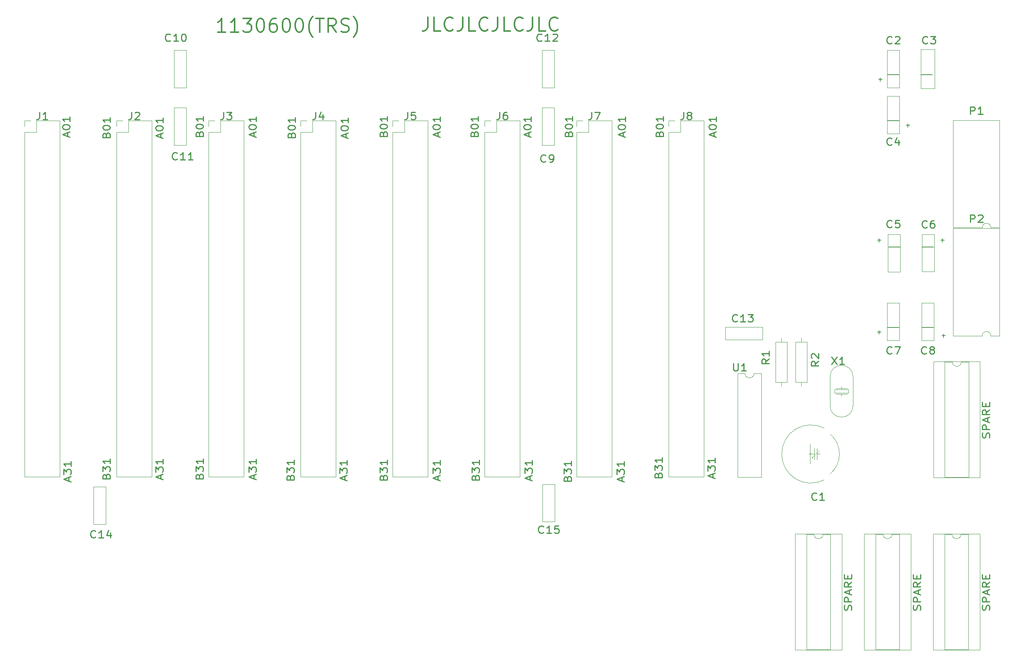
<source format=gbr>
%TF.GenerationSoftware,KiCad,Pcbnew,7.0.5*%
%TF.CreationDate,2023-08-20T22:51:28-05:00*%
%TF.ProjectId,ibm5161-backplane,69626d35-3136-4312-9d62-61636b706c61,rev?*%
%TF.SameCoordinates,Original*%
%TF.FileFunction,Legend,Top*%
%TF.FilePolarity,Positive*%
%FSLAX46Y46*%
G04 Gerber Fmt 4.6, Leading zero omitted, Abs format (unit mm)*
G04 Created by KiCad (PCBNEW 7.0.5) date 2023-08-20 22:51:28*
%MOMM*%
%LPD*%
G01*
G04 APERTURE LIST*
%ADD10C,0.150000*%
%ADD11C,0.300000*%
%ADD12C,0.250000*%
%ADD13C,0.120000*%
%ADD14C,0.200000*%
%ADD15C,0.100000*%
G04 APERTURE END LIST*
D10*
X221440000Y-32210000D02*
X223980000Y-32210000D01*
X228806000Y-32210000D02*
X231346000Y-32210000D01*
X221440000Y-42370000D02*
X223980000Y-42370000D01*
X221440000Y-88090000D02*
X223980000Y-88090000D01*
X229060000Y-70310000D02*
X231600000Y-70310000D01*
X221694000Y-70310000D02*
X224234000Y-70310000D01*
X229060000Y-88090000D02*
X231600000Y-88090000D01*
D11*
X119881596Y-19480057D02*
X119881596Y-21622914D01*
X119881596Y-21622914D02*
X119738739Y-22051485D01*
X119738739Y-22051485D02*
X119453025Y-22337200D01*
X119453025Y-22337200D02*
X119024453Y-22480057D01*
X119024453Y-22480057D02*
X118738739Y-22480057D01*
X122738739Y-22480057D02*
X121310167Y-22480057D01*
X121310167Y-22480057D02*
X121310167Y-19480057D01*
X125453024Y-22194342D02*
X125310167Y-22337200D01*
X125310167Y-22337200D02*
X124881595Y-22480057D01*
X124881595Y-22480057D02*
X124595881Y-22480057D01*
X124595881Y-22480057D02*
X124167310Y-22337200D01*
X124167310Y-22337200D02*
X123881595Y-22051485D01*
X123881595Y-22051485D02*
X123738738Y-21765771D01*
X123738738Y-21765771D02*
X123595881Y-21194342D01*
X123595881Y-21194342D02*
X123595881Y-20765771D01*
X123595881Y-20765771D02*
X123738738Y-20194342D01*
X123738738Y-20194342D02*
X123881595Y-19908628D01*
X123881595Y-19908628D02*
X124167310Y-19622914D01*
X124167310Y-19622914D02*
X124595881Y-19480057D01*
X124595881Y-19480057D02*
X124881595Y-19480057D01*
X124881595Y-19480057D02*
X125310167Y-19622914D01*
X125310167Y-19622914D02*
X125453024Y-19765771D01*
X127595881Y-19480057D02*
X127595881Y-21622914D01*
X127595881Y-21622914D02*
X127453024Y-22051485D01*
X127453024Y-22051485D02*
X127167310Y-22337200D01*
X127167310Y-22337200D02*
X126738738Y-22480057D01*
X126738738Y-22480057D02*
X126453024Y-22480057D01*
X130453024Y-22480057D02*
X129024452Y-22480057D01*
X129024452Y-22480057D02*
X129024452Y-19480057D01*
X133167309Y-22194342D02*
X133024452Y-22337200D01*
X133024452Y-22337200D02*
X132595880Y-22480057D01*
X132595880Y-22480057D02*
X132310166Y-22480057D01*
X132310166Y-22480057D02*
X131881595Y-22337200D01*
X131881595Y-22337200D02*
X131595880Y-22051485D01*
X131595880Y-22051485D02*
X131453023Y-21765771D01*
X131453023Y-21765771D02*
X131310166Y-21194342D01*
X131310166Y-21194342D02*
X131310166Y-20765771D01*
X131310166Y-20765771D02*
X131453023Y-20194342D01*
X131453023Y-20194342D02*
X131595880Y-19908628D01*
X131595880Y-19908628D02*
X131881595Y-19622914D01*
X131881595Y-19622914D02*
X132310166Y-19480057D01*
X132310166Y-19480057D02*
X132595880Y-19480057D01*
X132595880Y-19480057D02*
X133024452Y-19622914D01*
X133024452Y-19622914D02*
X133167309Y-19765771D01*
X135310166Y-19480057D02*
X135310166Y-21622914D01*
X135310166Y-21622914D02*
X135167309Y-22051485D01*
X135167309Y-22051485D02*
X134881595Y-22337200D01*
X134881595Y-22337200D02*
X134453023Y-22480057D01*
X134453023Y-22480057D02*
X134167309Y-22480057D01*
X138167309Y-22480057D02*
X136738737Y-22480057D01*
X136738737Y-22480057D02*
X136738737Y-19480057D01*
X140881594Y-22194342D02*
X140738737Y-22337200D01*
X140738737Y-22337200D02*
X140310165Y-22480057D01*
X140310165Y-22480057D02*
X140024451Y-22480057D01*
X140024451Y-22480057D02*
X139595880Y-22337200D01*
X139595880Y-22337200D02*
X139310165Y-22051485D01*
X139310165Y-22051485D02*
X139167308Y-21765771D01*
X139167308Y-21765771D02*
X139024451Y-21194342D01*
X139024451Y-21194342D02*
X139024451Y-20765771D01*
X139024451Y-20765771D02*
X139167308Y-20194342D01*
X139167308Y-20194342D02*
X139310165Y-19908628D01*
X139310165Y-19908628D02*
X139595880Y-19622914D01*
X139595880Y-19622914D02*
X140024451Y-19480057D01*
X140024451Y-19480057D02*
X140310165Y-19480057D01*
X140310165Y-19480057D02*
X140738737Y-19622914D01*
X140738737Y-19622914D02*
X140881594Y-19765771D01*
X143024451Y-19480057D02*
X143024451Y-21622914D01*
X143024451Y-21622914D02*
X142881594Y-22051485D01*
X142881594Y-22051485D02*
X142595880Y-22337200D01*
X142595880Y-22337200D02*
X142167308Y-22480057D01*
X142167308Y-22480057D02*
X141881594Y-22480057D01*
X145881594Y-22480057D02*
X144453022Y-22480057D01*
X144453022Y-22480057D02*
X144453022Y-19480057D01*
X148595879Y-22194342D02*
X148453022Y-22337200D01*
X148453022Y-22337200D02*
X148024450Y-22480057D01*
X148024450Y-22480057D02*
X147738736Y-22480057D01*
X147738736Y-22480057D02*
X147310165Y-22337200D01*
X147310165Y-22337200D02*
X147024450Y-22051485D01*
X147024450Y-22051485D02*
X146881593Y-21765771D01*
X146881593Y-21765771D02*
X146738736Y-21194342D01*
X146738736Y-21194342D02*
X146738736Y-20765771D01*
X146738736Y-20765771D02*
X146881593Y-20194342D01*
X146881593Y-20194342D02*
X147024450Y-19908628D01*
X147024450Y-19908628D02*
X147310165Y-19622914D01*
X147310165Y-19622914D02*
X147738736Y-19480057D01*
X147738736Y-19480057D02*
X148024450Y-19480057D01*
X148024450Y-19480057D02*
X148453022Y-19622914D01*
X148453022Y-19622914D02*
X148595879Y-19765771D01*
D12*
X150717095Y-121425714D02*
X150793285Y-121168571D01*
X150793285Y-121168571D02*
X150869476Y-121082857D01*
X150869476Y-121082857D02*
X151021857Y-120997143D01*
X151021857Y-120997143D02*
X151250428Y-120997143D01*
X151250428Y-120997143D02*
X151402809Y-121082857D01*
X151402809Y-121082857D02*
X151479000Y-121168571D01*
X151479000Y-121168571D02*
X151555190Y-121340000D01*
X151555190Y-121340000D02*
X151555190Y-122025714D01*
X151555190Y-122025714D02*
X149955190Y-122025714D01*
X149955190Y-122025714D02*
X149955190Y-121425714D01*
X149955190Y-121425714D02*
X150031380Y-121254286D01*
X150031380Y-121254286D02*
X150107571Y-121168571D01*
X150107571Y-121168571D02*
X150259952Y-121082857D01*
X150259952Y-121082857D02*
X150412333Y-121082857D01*
X150412333Y-121082857D02*
X150564714Y-121168571D01*
X150564714Y-121168571D02*
X150640904Y-121254286D01*
X150640904Y-121254286D02*
X150717095Y-121425714D01*
X150717095Y-121425714D02*
X150717095Y-122025714D01*
X149955190Y-120397143D02*
X149955190Y-119282857D01*
X149955190Y-119282857D02*
X150564714Y-119882857D01*
X150564714Y-119882857D02*
X150564714Y-119625714D01*
X150564714Y-119625714D02*
X150640904Y-119454286D01*
X150640904Y-119454286D02*
X150717095Y-119368571D01*
X150717095Y-119368571D02*
X150869476Y-119282857D01*
X150869476Y-119282857D02*
X151250428Y-119282857D01*
X151250428Y-119282857D02*
X151402809Y-119368571D01*
X151402809Y-119368571D02*
X151479000Y-119454286D01*
X151479000Y-119454286D02*
X151555190Y-119625714D01*
X151555190Y-119625714D02*
X151555190Y-120140000D01*
X151555190Y-120140000D02*
X151479000Y-120311428D01*
X151479000Y-120311428D02*
X151402809Y-120397143D01*
X151555190Y-117568571D02*
X151555190Y-118597142D01*
X151555190Y-118082857D02*
X149955190Y-118082857D01*
X149955190Y-118082857D02*
X150183761Y-118254285D01*
X150183761Y-118254285D02*
X150336142Y-118425714D01*
X150336142Y-118425714D02*
X150412333Y-118597142D01*
X60928047Y-121474856D02*
X60928047Y-120617714D01*
X61385190Y-121646285D02*
X59785190Y-121046285D01*
X59785190Y-121046285D02*
X61385190Y-120446285D01*
X59785190Y-120017714D02*
X59785190Y-118903428D01*
X59785190Y-118903428D02*
X60394714Y-119503428D01*
X60394714Y-119503428D02*
X60394714Y-119246285D01*
X60394714Y-119246285D02*
X60470904Y-119074857D01*
X60470904Y-119074857D02*
X60547095Y-118989142D01*
X60547095Y-118989142D02*
X60699476Y-118903428D01*
X60699476Y-118903428D02*
X61080428Y-118903428D01*
X61080428Y-118903428D02*
X61232809Y-118989142D01*
X61232809Y-118989142D02*
X61309000Y-119074857D01*
X61309000Y-119074857D02*
X61385190Y-119246285D01*
X61385190Y-119246285D02*
X61385190Y-119760571D01*
X61385190Y-119760571D02*
X61309000Y-119931999D01*
X61309000Y-119931999D02*
X61232809Y-120017714D01*
X61385190Y-117189142D02*
X61385190Y-118217713D01*
X61385190Y-117703428D02*
X59785190Y-117703428D01*
X59785190Y-117703428D02*
X60013761Y-117874856D01*
X60013761Y-117874856D02*
X60166142Y-118046285D01*
X60166142Y-118046285D02*
X60242333Y-118217713D01*
X183102047Y-45782856D02*
X183102047Y-44925714D01*
X183559190Y-45954285D02*
X181959190Y-45354285D01*
X181959190Y-45354285D02*
X183559190Y-44754285D01*
X181959190Y-43811428D02*
X181959190Y-43639999D01*
X181959190Y-43639999D02*
X182035380Y-43468571D01*
X182035380Y-43468571D02*
X182111571Y-43382857D01*
X182111571Y-43382857D02*
X182263952Y-43297142D01*
X182263952Y-43297142D02*
X182568714Y-43211428D01*
X182568714Y-43211428D02*
X182949666Y-43211428D01*
X182949666Y-43211428D02*
X183254428Y-43297142D01*
X183254428Y-43297142D02*
X183406809Y-43382857D01*
X183406809Y-43382857D02*
X183483000Y-43468571D01*
X183483000Y-43468571D02*
X183559190Y-43639999D01*
X183559190Y-43639999D02*
X183559190Y-43811428D01*
X183559190Y-43811428D02*
X183483000Y-43982857D01*
X183483000Y-43982857D02*
X183406809Y-44068571D01*
X183406809Y-44068571D02*
X183254428Y-44154285D01*
X183254428Y-44154285D02*
X182949666Y-44239999D01*
X182949666Y-44239999D02*
X182568714Y-44239999D01*
X182568714Y-44239999D02*
X182263952Y-44154285D01*
X182263952Y-44154285D02*
X182111571Y-44068571D01*
X182111571Y-44068571D02*
X182035380Y-43982857D01*
X182035380Y-43982857D02*
X181959190Y-43811428D01*
X183559190Y-41497142D02*
X183559190Y-42525713D01*
X183559190Y-42011428D02*
X181959190Y-42011428D01*
X181959190Y-42011428D02*
X182187761Y-42182856D01*
X182187761Y-42182856D02*
X182340142Y-42354285D01*
X182340142Y-42354285D02*
X182416333Y-42525713D01*
X170783095Y-120663714D02*
X170859285Y-120406571D01*
X170859285Y-120406571D02*
X170935476Y-120320857D01*
X170935476Y-120320857D02*
X171087857Y-120235143D01*
X171087857Y-120235143D02*
X171316428Y-120235143D01*
X171316428Y-120235143D02*
X171468809Y-120320857D01*
X171468809Y-120320857D02*
X171545000Y-120406571D01*
X171545000Y-120406571D02*
X171621190Y-120578000D01*
X171621190Y-120578000D02*
X171621190Y-121263714D01*
X171621190Y-121263714D02*
X170021190Y-121263714D01*
X170021190Y-121263714D02*
X170021190Y-120663714D01*
X170021190Y-120663714D02*
X170097380Y-120492286D01*
X170097380Y-120492286D02*
X170173571Y-120406571D01*
X170173571Y-120406571D02*
X170325952Y-120320857D01*
X170325952Y-120320857D02*
X170478333Y-120320857D01*
X170478333Y-120320857D02*
X170630714Y-120406571D01*
X170630714Y-120406571D02*
X170706904Y-120492286D01*
X170706904Y-120492286D02*
X170783095Y-120663714D01*
X170783095Y-120663714D02*
X170783095Y-121263714D01*
X170021190Y-119635143D02*
X170021190Y-118520857D01*
X170021190Y-118520857D02*
X170630714Y-119120857D01*
X170630714Y-119120857D02*
X170630714Y-118863714D01*
X170630714Y-118863714D02*
X170706904Y-118692286D01*
X170706904Y-118692286D02*
X170783095Y-118606571D01*
X170783095Y-118606571D02*
X170935476Y-118520857D01*
X170935476Y-118520857D02*
X171316428Y-118520857D01*
X171316428Y-118520857D02*
X171468809Y-118606571D01*
X171468809Y-118606571D02*
X171545000Y-118692286D01*
X171545000Y-118692286D02*
X171621190Y-118863714D01*
X171621190Y-118863714D02*
X171621190Y-119378000D01*
X171621190Y-119378000D02*
X171545000Y-119549428D01*
X171545000Y-119549428D02*
X171468809Y-119635143D01*
X171621190Y-116806571D02*
X171621190Y-117835142D01*
X171621190Y-117320857D02*
X170021190Y-117320857D01*
X170021190Y-117320857D02*
X170249761Y-117492285D01*
X170249761Y-117492285D02*
X170402142Y-117663714D01*
X170402142Y-117663714D02*
X170478333Y-117835142D01*
X130143095Y-45225714D02*
X130219285Y-44968571D01*
X130219285Y-44968571D02*
X130295476Y-44882857D01*
X130295476Y-44882857D02*
X130447857Y-44797143D01*
X130447857Y-44797143D02*
X130676428Y-44797143D01*
X130676428Y-44797143D02*
X130828809Y-44882857D01*
X130828809Y-44882857D02*
X130905000Y-44968571D01*
X130905000Y-44968571D02*
X130981190Y-45140000D01*
X130981190Y-45140000D02*
X130981190Y-45825714D01*
X130981190Y-45825714D02*
X129381190Y-45825714D01*
X129381190Y-45825714D02*
X129381190Y-45225714D01*
X129381190Y-45225714D02*
X129457380Y-45054286D01*
X129457380Y-45054286D02*
X129533571Y-44968571D01*
X129533571Y-44968571D02*
X129685952Y-44882857D01*
X129685952Y-44882857D02*
X129838333Y-44882857D01*
X129838333Y-44882857D02*
X129990714Y-44968571D01*
X129990714Y-44968571D02*
X130066904Y-45054286D01*
X130066904Y-45054286D02*
X130143095Y-45225714D01*
X130143095Y-45225714D02*
X130143095Y-45825714D01*
X129381190Y-43682857D02*
X129381190Y-43511428D01*
X129381190Y-43511428D02*
X129457380Y-43340000D01*
X129457380Y-43340000D02*
X129533571Y-43254286D01*
X129533571Y-43254286D02*
X129685952Y-43168571D01*
X129685952Y-43168571D02*
X129990714Y-43082857D01*
X129990714Y-43082857D02*
X130371666Y-43082857D01*
X130371666Y-43082857D02*
X130676428Y-43168571D01*
X130676428Y-43168571D02*
X130828809Y-43254286D01*
X130828809Y-43254286D02*
X130905000Y-43340000D01*
X130905000Y-43340000D02*
X130981190Y-43511428D01*
X130981190Y-43511428D02*
X130981190Y-43682857D01*
X130981190Y-43682857D02*
X130905000Y-43854286D01*
X130905000Y-43854286D02*
X130828809Y-43940000D01*
X130828809Y-43940000D02*
X130676428Y-44025714D01*
X130676428Y-44025714D02*
X130371666Y-44111428D01*
X130371666Y-44111428D02*
X129990714Y-44111428D01*
X129990714Y-44111428D02*
X129685952Y-44025714D01*
X129685952Y-44025714D02*
X129533571Y-43940000D01*
X129533571Y-43940000D02*
X129457380Y-43854286D01*
X129457380Y-43854286D02*
X129381190Y-43682857D01*
X130981190Y-41368571D02*
X130981190Y-42397142D01*
X130981190Y-41882857D02*
X129381190Y-41882857D01*
X129381190Y-41882857D02*
X129609761Y-42054285D01*
X129609761Y-42054285D02*
X129762142Y-42225714D01*
X129762142Y-42225714D02*
X129838333Y-42397142D01*
X48863095Y-45479714D02*
X48939285Y-45222571D01*
X48939285Y-45222571D02*
X49015476Y-45136857D01*
X49015476Y-45136857D02*
X49167857Y-45051143D01*
X49167857Y-45051143D02*
X49396428Y-45051143D01*
X49396428Y-45051143D02*
X49548809Y-45136857D01*
X49548809Y-45136857D02*
X49625000Y-45222571D01*
X49625000Y-45222571D02*
X49701190Y-45394000D01*
X49701190Y-45394000D02*
X49701190Y-46079714D01*
X49701190Y-46079714D02*
X48101190Y-46079714D01*
X48101190Y-46079714D02*
X48101190Y-45479714D01*
X48101190Y-45479714D02*
X48177380Y-45308286D01*
X48177380Y-45308286D02*
X48253571Y-45222571D01*
X48253571Y-45222571D02*
X48405952Y-45136857D01*
X48405952Y-45136857D02*
X48558333Y-45136857D01*
X48558333Y-45136857D02*
X48710714Y-45222571D01*
X48710714Y-45222571D02*
X48786904Y-45308286D01*
X48786904Y-45308286D02*
X48863095Y-45479714D01*
X48863095Y-45479714D02*
X48863095Y-46079714D01*
X48101190Y-43936857D02*
X48101190Y-43765428D01*
X48101190Y-43765428D02*
X48177380Y-43594000D01*
X48177380Y-43594000D02*
X48253571Y-43508286D01*
X48253571Y-43508286D02*
X48405952Y-43422571D01*
X48405952Y-43422571D02*
X48710714Y-43336857D01*
X48710714Y-43336857D02*
X49091666Y-43336857D01*
X49091666Y-43336857D02*
X49396428Y-43422571D01*
X49396428Y-43422571D02*
X49548809Y-43508286D01*
X49548809Y-43508286D02*
X49625000Y-43594000D01*
X49625000Y-43594000D02*
X49701190Y-43765428D01*
X49701190Y-43765428D02*
X49701190Y-43936857D01*
X49701190Y-43936857D02*
X49625000Y-44108286D01*
X49625000Y-44108286D02*
X49548809Y-44194000D01*
X49548809Y-44194000D02*
X49396428Y-44279714D01*
X49396428Y-44279714D02*
X49091666Y-44365428D01*
X49091666Y-44365428D02*
X48710714Y-44365428D01*
X48710714Y-44365428D02*
X48405952Y-44279714D01*
X48405952Y-44279714D02*
X48253571Y-44194000D01*
X48253571Y-44194000D02*
X48177380Y-44108286D01*
X48177380Y-44108286D02*
X48101190Y-43936857D01*
X49701190Y-41622571D02*
X49701190Y-42651142D01*
X49701190Y-42136857D02*
X48101190Y-42136857D01*
X48101190Y-42136857D02*
X48329761Y-42308285D01*
X48329761Y-42308285D02*
X48482142Y-42479714D01*
X48482142Y-42479714D02*
X48558333Y-42651142D01*
X40354047Y-45782856D02*
X40354047Y-44925714D01*
X40811190Y-45954285D02*
X39211190Y-45354285D01*
X39211190Y-45354285D02*
X40811190Y-44754285D01*
X39211190Y-43811428D02*
X39211190Y-43639999D01*
X39211190Y-43639999D02*
X39287380Y-43468571D01*
X39287380Y-43468571D02*
X39363571Y-43382857D01*
X39363571Y-43382857D02*
X39515952Y-43297142D01*
X39515952Y-43297142D02*
X39820714Y-43211428D01*
X39820714Y-43211428D02*
X40201666Y-43211428D01*
X40201666Y-43211428D02*
X40506428Y-43297142D01*
X40506428Y-43297142D02*
X40658809Y-43382857D01*
X40658809Y-43382857D02*
X40735000Y-43468571D01*
X40735000Y-43468571D02*
X40811190Y-43639999D01*
X40811190Y-43639999D02*
X40811190Y-43811428D01*
X40811190Y-43811428D02*
X40735000Y-43982857D01*
X40735000Y-43982857D02*
X40658809Y-44068571D01*
X40658809Y-44068571D02*
X40506428Y-44154285D01*
X40506428Y-44154285D02*
X40201666Y-44239999D01*
X40201666Y-44239999D02*
X39820714Y-44239999D01*
X39820714Y-44239999D02*
X39515952Y-44154285D01*
X39515952Y-44154285D02*
X39363571Y-44068571D01*
X39363571Y-44068571D02*
X39287380Y-43982857D01*
X39287380Y-43982857D02*
X39211190Y-43811428D01*
X40811190Y-41497142D02*
X40811190Y-42525713D01*
X40811190Y-42011428D02*
X39211190Y-42011428D01*
X39211190Y-42011428D02*
X39439761Y-42182856D01*
X39439761Y-42182856D02*
X39592142Y-42354285D01*
X39592142Y-42354285D02*
X39668333Y-42525713D01*
D10*
X225586779Y-43382866D02*
X226348684Y-43382866D01*
X225967731Y-43763819D02*
X225967731Y-43001914D01*
D12*
X89503095Y-121171714D02*
X89579285Y-120914571D01*
X89579285Y-120914571D02*
X89655476Y-120828857D01*
X89655476Y-120828857D02*
X89807857Y-120743143D01*
X89807857Y-120743143D02*
X90036428Y-120743143D01*
X90036428Y-120743143D02*
X90188809Y-120828857D01*
X90188809Y-120828857D02*
X90265000Y-120914571D01*
X90265000Y-120914571D02*
X90341190Y-121086000D01*
X90341190Y-121086000D02*
X90341190Y-121771714D01*
X90341190Y-121771714D02*
X88741190Y-121771714D01*
X88741190Y-121771714D02*
X88741190Y-121171714D01*
X88741190Y-121171714D02*
X88817380Y-121000286D01*
X88817380Y-121000286D02*
X88893571Y-120914571D01*
X88893571Y-120914571D02*
X89045952Y-120828857D01*
X89045952Y-120828857D02*
X89198333Y-120828857D01*
X89198333Y-120828857D02*
X89350714Y-120914571D01*
X89350714Y-120914571D02*
X89426904Y-121000286D01*
X89426904Y-121000286D02*
X89503095Y-121171714D01*
X89503095Y-121171714D02*
X89503095Y-121771714D01*
X88741190Y-120143143D02*
X88741190Y-119028857D01*
X88741190Y-119028857D02*
X89350714Y-119628857D01*
X89350714Y-119628857D02*
X89350714Y-119371714D01*
X89350714Y-119371714D02*
X89426904Y-119200286D01*
X89426904Y-119200286D02*
X89503095Y-119114571D01*
X89503095Y-119114571D02*
X89655476Y-119028857D01*
X89655476Y-119028857D02*
X90036428Y-119028857D01*
X90036428Y-119028857D02*
X90188809Y-119114571D01*
X90188809Y-119114571D02*
X90265000Y-119200286D01*
X90265000Y-119200286D02*
X90341190Y-119371714D01*
X90341190Y-119371714D02*
X90341190Y-119886000D01*
X90341190Y-119886000D02*
X90265000Y-120057428D01*
X90265000Y-120057428D02*
X90188809Y-120143143D01*
X90341190Y-117314571D02*
X90341190Y-118343142D01*
X90341190Y-117828857D02*
X88741190Y-117828857D01*
X88741190Y-117828857D02*
X88969761Y-118000285D01*
X88969761Y-118000285D02*
X89122142Y-118171714D01*
X89122142Y-118171714D02*
X89198333Y-118343142D01*
X130397095Y-121171714D02*
X130473285Y-120914571D01*
X130473285Y-120914571D02*
X130549476Y-120828857D01*
X130549476Y-120828857D02*
X130701857Y-120743143D01*
X130701857Y-120743143D02*
X130930428Y-120743143D01*
X130930428Y-120743143D02*
X131082809Y-120828857D01*
X131082809Y-120828857D02*
X131159000Y-120914571D01*
X131159000Y-120914571D02*
X131235190Y-121086000D01*
X131235190Y-121086000D02*
X131235190Y-121771714D01*
X131235190Y-121771714D02*
X129635190Y-121771714D01*
X129635190Y-121771714D02*
X129635190Y-121171714D01*
X129635190Y-121171714D02*
X129711380Y-121000286D01*
X129711380Y-121000286D02*
X129787571Y-120914571D01*
X129787571Y-120914571D02*
X129939952Y-120828857D01*
X129939952Y-120828857D02*
X130092333Y-120828857D01*
X130092333Y-120828857D02*
X130244714Y-120914571D01*
X130244714Y-120914571D02*
X130320904Y-121000286D01*
X130320904Y-121000286D02*
X130397095Y-121171714D01*
X130397095Y-121171714D02*
X130397095Y-121771714D01*
X129635190Y-120143143D02*
X129635190Y-119028857D01*
X129635190Y-119028857D02*
X130244714Y-119628857D01*
X130244714Y-119628857D02*
X130244714Y-119371714D01*
X130244714Y-119371714D02*
X130320904Y-119200286D01*
X130320904Y-119200286D02*
X130397095Y-119114571D01*
X130397095Y-119114571D02*
X130549476Y-119028857D01*
X130549476Y-119028857D02*
X130930428Y-119028857D01*
X130930428Y-119028857D02*
X131082809Y-119114571D01*
X131082809Y-119114571D02*
X131159000Y-119200286D01*
X131159000Y-119200286D02*
X131235190Y-119371714D01*
X131235190Y-119371714D02*
X131235190Y-119886000D01*
X131235190Y-119886000D02*
X131159000Y-120057428D01*
X131159000Y-120057428D02*
X131082809Y-120143143D01*
X131235190Y-117314571D02*
X131235190Y-118343142D01*
X131235190Y-117828857D02*
X129635190Y-117828857D01*
X129635190Y-117828857D02*
X129863761Y-118000285D01*
X129863761Y-118000285D02*
X130016142Y-118171714D01*
X130016142Y-118171714D02*
X130092333Y-118343142D01*
X60928047Y-46036856D02*
X60928047Y-45179714D01*
X61385190Y-46208285D02*
X59785190Y-45608285D01*
X59785190Y-45608285D02*
X61385190Y-45008285D01*
X59785190Y-44065428D02*
X59785190Y-43893999D01*
X59785190Y-43893999D02*
X59861380Y-43722571D01*
X59861380Y-43722571D02*
X59937571Y-43636857D01*
X59937571Y-43636857D02*
X60089952Y-43551142D01*
X60089952Y-43551142D02*
X60394714Y-43465428D01*
X60394714Y-43465428D02*
X60775666Y-43465428D01*
X60775666Y-43465428D02*
X61080428Y-43551142D01*
X61080428Y-43551142D02*
X61232809Y-43636857D01*
X61232809Y-43636857D02*
X61309000Y-43722571D01*
X61309000Y-43722571D02*
X61385190Y-43893999D01*
X61385190Y-43893999D02*
X61385190Y-44065428D01*
X61385190Y-44065428D02*
X61309000Y-44236857D01*
X61309000Y-44236857D02*
X61232809Y-44322571D01*
X61232809Y-44322571D02*
X61080428Y-44408285D01*
X61080428Y-44408285D02*
X60775666Y-44493999D01*
X60775666Y-44493999D02*
X60394714Y-44493999D01*
X60394714Y-44493999D02*
X60089952Y-44408285D01*
X60089952Y-44408285D02*
X59937571Y-44322571D01*
X59937571Y-44322571D02*
X59861380Y-44236857D01*
X59861380Y-44236857D02*
X59785190Y-44065428D01*
X61385190Y-41751142D02*
X61385190Y-42779713D01*
X61385190Y-42265428D02*
X59785190Y-42265428D01*
X59785190Y-42265428D02*
X60013761Y-42436856D01*
X60013761Y-42436856D02*
X60166142Y-42608285D01*
X60166142Y-42608285D02*
X60242333Y-42779713D01*
X69437095Y-45225714D02*
X69513285Y-44968571D01*
X69513285Y-44968571D02*
X69589476Y-44882857D01*
X69589476Y-44882857D02*
X69741857Y-44797143D01*
X69741857Y-44797143D02*
X69970428Y-44797143D01*
X69970428Y-44797143D02*
X70122809Y-44882857D01*
X70122809Y-44882857D02*
X70199000Y-44968571D01*
X70199000Y-44968571D02*
X70275190Y-45140000D01*
X70275190Y-45140000D02*
X70275190Y-45825714D01*
X70275190Y-45825714D02*
X68675190Y-45825714D01*
X68675190Y-45825714D02*
X68675190Y-45225714D01*
X68675190Y-45225714D02*
X68751380Y-45054286D01*
X68751380Y-45054286D02*
X68827571Y-44968571D01*
X68827571Y-44968571D02*
X68979952Y-44882857D01*
X68979952Y-44882857D02*
X69132333Y-44882857D01*
X69132333Y-44882857D02*
X69284714Y-44968571D01*
X69284714Y-44968571D02*
X69360904Y-45054286D01*
X69360904Y-45054286D02*
X69437095Y-45225714D01*
X69437095Y-45225714D02*
X69437095Y-45825714D01*
X68675190Y-43682857D02*
X68675190Y-43511428D01*
X68675190Y-43511428D02*
X68751380Y-43340000D01*
X68751380Y-43340000D02*
X68827571Y-43254286D01*
X68827571Y-43254286D02*
X68979952Y-43168571D01*
X68979952Y-43168571D02*
X69284714Y-43082857D01*
X69284714Y-43082857D02*
X69665666Y-43082857D01*
X69665666Y-43082857D02*
X69970428Y-43168571D01*
X69970428Y-43168571D02*
X70122809Y-43254286D01*
X70122809Y-43254286D02*
X70199000Y-43340000D01*
X70199000Y-43340000D02*
X70275190Y-43511428D01*
X70275190Y-43511428D02*
X70275190Y-43682857D01*
X70275190Y-43682857D02*
X70199000Y-43854286D01*
X70199000Y-43854286D02*
X70122809Y-43940000D01*
X70122809Y-43940000D02*
X69970428Y-44025714D01*
X69970428Y-44025714D02*
X69665666Y-44111428D01*
X69665666Y-44111428D02*
X69284714Y-44111428D01*
X69284714Y-44111428D02*
X68979952Y-44025714D01*
X68979952Y-44025714D02*
X68827571Y-43940000D01*
X68827571Y-43940000D02*
X68751380Y-43854286D01*
X68751380Y-43854286D02*
X68675190Y-43682857D01*
X70275190Y-41368571D02*
X70275190Y-42397142D01*
X70275190Y-41882857D02*
X68675190Y-41882857D01*
X68675190Y-41882857D02*
X68903761Y-42054285D01*
X68903761Y-42054285D02*
X69056142Y-42225714D01*
X69056142Y-42225714D02*
X69132333Y-42397142D01*
X89757095Y-45479714D02*
X89833285Y-45222571D01*
X89833285Y-45222571D02*
X89909476Y-45136857D01*
X89909476Y-45136857D02*
X90061857Y-45051143D01*
X90061857Y-45051143D02*
X90290428Y-45051143D01*
X90290428Y-45051143D02*
X90442809Y-45136857D01*
X90442809Y-45136857D02*
X90519000Y-45222571D01*
X90519000Y-45222571D02*
X90595190Y-45394000D01*
X90595190Y-45394000D02*
X90595190Y-46079714D01*
X90595190Y-46079714D02*
X88995190Y-46079714D01*
X88995190Y-46079714D02*
X88995190Y-45479714D01*
X88995190Y-45479714D02*
X89071380Y-45308286D01*
X89071380Y-45308286D02*
X89147571Y-45222571D01*
X89147571Y-45222571D02*
X89299952Y-45136857D01*
X89299952Y-45136857D02*
X89452333Y-45136857D01*
X89452333Y-45136857D02*
X89604714Y-45222571D01*
X89604714Y-45222571D02*
X89680904Y-45308286D01*
X89680904Y-45308286D02*
X89757095Y-45479714D01*
X89757095Y-45479714D02*
X89757095Y-46079714D01*
X88995190Y-43936857D02*
X88995190Y-43765428D01*
X88995190Y-43765428D02*
X89071380Y-43594000D01*
X89071380Y-43594000D02*
X89147571Y-43508286D01*
X89147571Y-43508286D02*
X89299952Y-43422571D01*
X89299952Y-43422571D02*
X89604714Y-43336857D01*
X89604714Y-43336857D02*
X89985666Y-43336857D01*
X89985666Y-43336857D02*
X90290428Y-43422571D01*
X90290428Y-43422571D02*
X90442809Y-43508286D01*
X90442809Y-43508286D02*
X90519000Y-43594000D01*
X90519000Y-43594000D02*
X90595190Y-43765428D01*
X90595190Y-43765428D02*
X90595190Y-43936857D01*
X90595190Y-43936857D02*
X90519000Y-44108286D01*
X90519000Y-44108286D02*
X90442809Y-44194000D01*
X90442809Y-44194000D02*
X90290428Y-44279714D01*
X90290428Y-44279714D02*
X89985666Y-44365428D01*
X89985666Y-44365428D02*
X89604714Y-44365428D01*
X89604714Y-44365428D02*
X89299952Y-44279714D01*
X89299952Y-44279714D02*
X89147571Y-44194000D01*
X89147571Y-44194000D02*
X89071380Y-44108286D01*
X89071380Y-44108286D02*
X88995190Y-43936857D01*
X90595190Y-41622571D02*
X90595190Y-42651142D01*
X90595190Y-42136857D02*
X88995190Y-42136857D01*
X88995190Y-42136857D02*
X89223761Y-42308285D01*
X89223761Y-42308285D02*
X89376142Y-42479714D01*
X89376142Y-42479714D02*
X89452333Y-42651142D01*
X81502047Y-121474856D02*
X81502047Y-120617714D01*
X81959190Y-121646285D02*
X80359190Y-121046285D01*
X80359190Y-121046285D02*
X81959190Y-120446285D01*
X80359190Y-120017714D02*
X80359190Y-118903428D01*
X80359190Y-118903428D02*
X80968714Y-119503428D01*
X80968714Y-119503428D02*
X80968714Y-119246285D01*
X80968714Y-119246285D02*
X81044904Y-119074857D01*
X81044904Y-119074857D02*
X81121095Y-118989142D01*
X81121095Y-118989142D02*
X81273476Y-118903428D01*
X81273476Y-118903428D02*
X81654428Y-118903428D01*
X81654428Y-118903428D02*
X81806809Y-118989142D01*
X81806809Y-118989142D02*
X81883000Y-119074857D01*
X81883000Y-119074857D02*
X81959190Y-119246285D01*
X81959190Y-119246285D02*
X81959190Y-119760571D01*
X81959190Y-119760571D02*
X81883000Y-119931999D01*
X81883000Y-119931999D02*
X81806809Y-120017714D01*
X81959190Y-117189142D02*
X81959190Y-118217713D01*
X81959190Y-117703428D02*
X80359190Y-117703428D01*
X80359190Y-117703428D02*
X80587761Y-117874856D01*
X80587761Y-117874856D02*
X80740142Y-118046285D01*
X80740142Y-118046285D02*
X80816333Y-118217713D01*
X40608047Y-121982856D02*
X40608047Y-121125714D01*
X41065190Y-122154285D02*
X39465190Y-121554285D01*
X39465190Y-121554285D02*
X41065190Y-120954285D01*
X39465190Y-120525714D02*
X39465190Y-119411428D01*
X39465190Y-119411428D02*
X40074714Y-120011428D01*
X40074714Y-120011428D02*
X40074714Y-119754285D01*
X40074714Y-119754285D02*
X40150904Y-119582857D01*
X40150904Y-119582857D02*
X40227095Y-119497142D01*
X40227095Y-119497142D02*
X40379476Y-119411428D01*
X40379476Y-119411428D02*
X40760428Y-119411428D01*
X40760428Y-119411428D02*
X40912809Y-119497142D01*
X40912809Y-119497142D02*
X40989000Y-119582857D01*
X40989000Y-119582857D02*
X41065190Y-119754285D01*
X41065190Y-119754285D02*
X41065190Y-120268571D01*
X41065190Y-120268571D02*
X40989000Y-120439999D01*
X40989000Y-120439999D02*
X40912809Y-120525714D01*
X41065190Y-117697142D02*
X41065190Y-118725713D01*
X41065190Y-118211428D02*
X39465190Y-118211428D01*
X39465190Y-118211428D02*
X39693761Y-118382856D01*
X39693761Y-118382856D02*
X39846142Y-118554285D01*
X39846142Y-118554285D02*
X39922333Y-118725713D01*
X122142047Y-121728856D02*
X122142047Y-120871714D01*
X122599190Y-121900285D02*
X120999190Y-121300285D01*
X120999190Y-121300285D02*
X122599190Y-120700285D01*
X120999190Y-120271714D02*
X120999190Y-119157428D01*
X120999190Y-119157428D02*
X121608714Y-119757428D01*
X121608714Y-119757428D02*
X121608714Y-119500285D01*
X121608714Y-119500285D02*
X121684904Y-119328857D01*
X121684904Y-119328857D02*
X121761095Y-119243142D01*
X121761095Y-119243142D02*
X121913476Y-119157428D01*
X121913476Y-119157428D02*
X122294428Y-119157428D01*
X122294428Y-119157428D02*
X122446809Y-119243142D01*
X122446809Y-119243142D02*
X122523000Y-119328857D01*
X122523000Y-119328857D02*
X122599190Y-119500285D01*
X122599190Y-119500285D02*
X122599190Y-120014571D01*
X122599190Y-120014571D02*
X122523000Y-120185999D01*
X122523000Y-120185999D02*
X122446809Y-120271714D01*
X122599190Y-117443142D02*
X122599190Y-118471713D01*
X122599190Y-117957428D02*
X120999190Y-117957428D01*
X120999190Y-117957428D02*
X121227761Y-118128856D01*
X121227761Y-118128856D02*
X121380142Y-118300285D01*
X121380142Y-118300285D02*
X121456333Y-118471713D01*
D10*
X219236779Y-68782866D02*
X219998684Y-68782866D01*
X219617731Y-69163819D02*
X219617731Y-68401914D01*
D12*
X101822047Y-46036856D02*
X101822047Y-45179714D01*
X102279190Y-46208285D02*
X100679190Y-45608285D01*
X100679190Y-45608285D02*
X102279190Y-45008285D01*
X100679190Y-44065428D02*
X100679190Y-43893999D01*
X100679190Y-43893999D02*
X100755380Y-43722571D01*
X100755380Y-43722571D02*
X100831571Y-43636857D01*
X100831571Y-43636857D02*
X100983952Y-43551142D01*
X100983952Y-43551142D02*
X101288714Y-43465428D01*
X101288714Y-43465428D02*
X101669666Y-43465428D01*
X101669666Y-43465428D02*
X101974428Y-43551142D01*
X101974428Y-43551142D02*
X102126809Y-43636857D01*
X102126809Y-43636857D02*
X102203000Y-43722571D01*
X102203000Y-43722571D02*
X102279190Y-43893999D01*
X102279190Y-43893999D02*
X102279190Y-44065428D01*
X102279190Y-44065428D02*
X102203000Y-44236857D01*
X102203000Y-44236857D02*
X102126809Y-44322571D01*
X102126809Y-44322571D02*
X101974428Y-44408285D01*
X101974428Y-44408285D02*
X101669666Y-44493999D01*
X101669666Y-44493999D02*
X101288714Y-44493999D01*
X101288714Y-44493999D02*
X100983952Y-44408285D01*
X100983952Y-44408285D02*
X100831571Y-44322571D01*
X100831571Y-44322571D02*
X100755380Y-44236857D01*
X100755380Y-44236857D02*
X100679190Y-44065428D01*
X102279190Y-41751142D02*
X102279190Y-42779713D01*
X102279190Y-42265428D02*
X100679190Y-42265428D01*
X100679190Y-42265428D02*
X100907761Y-42436856D01*
X100907761Y-42436856D02*
X101060142Y-42608285D01*
X101060142Y-42608285D02*
X101136333Y-42779713D01*
X48863095Y-120917714D02*
X48939285Y-120660571D01*
X48939285Y-120660571D02*
X49015476Y-120574857D01*
X49015476Y-120574857D02*
X49167857Y-120489143D01*
X49167857Y-120489143D02*
X49396428Y-120489143D01*
X49396428Y-120489143D02*
X49548809Y-120574857D01*
X49548809Y-120574857D02*
X49625000Y-120660571D01*
X49625000Y-120660571D02*
X49701190Y-120832000D01*
X49701190Y-120832000D02*
X49701190Y-121517714D01*
X49701190Y-121517714D02*
X48101190Y-121517714D01*
X48101190Y-121517714D02*
X48101190Y-120917714D01*
X48101190Y-120917714D02*
X48177380Y-120746286D01*
X48177380Y-120746286D02*
X48253571Y-120660571D01*
X48253571Y-120660571D02*
X48405952Y-120574857D01*
X48405952Y-120574857D02*
X48558333Y-120574857D01*
X48558333Y-120574857D02*
X48710714Y-120660571D01*
X48710714Y-120660571D02*
X48786904Y-120746286D01*
X48786904Y-120746286D02*
X48863095Y-120917714D01*
X48863095Y-120917714D02*
X48863095Y-121517714D01*
X48101190Y-119889143D02*
X48101190Y-118774857D01*
X48101190Y-118774857D02*
X48710714Y-119374857D01*
X48710714Y-119374857D02*
X48710714Y-119117714D01*
X48710714Y-119117714D02*
X48786904Y-118946286D01*
X48786904Y-118946286D02*
X48863095Y-118860571D01*
X48863095Y-118860571D02*
X49015476Y-118774857D01*
X49015476Y-118774857D02*
X49396428Y-118774857D01*
X49396428Y-118774857D02*
X49548809Y-118860571D01*
X49548809Y-118860571D02*
X49625000Y-118946286D01*
X49625000Y-118946286D02*
X49701190Y-119117714D01*
X49701190Y-119117714D02*
X49701190Y-119632000D01*
X49701190Y-119632000D02*
X49625000Y-119803428D01*
X49625000Y-119803428D02*
X49548809Y-119889143D01*
X49701190Y-117060571D02*
X49701190Y-118089142D01*
X49701190Y-117574857D02*
X48101190Y-117574857D01*
X48101190Y-117574857D02*
X48329761Y-117746285D01*
X48329761Y-117746285D02*
X48482142Y-117917714D01*
X48482142Y-117917714D02*
X48558333Y-118089142D01*
D10*
X233206779Y-68782866D02*
X233968684Y-68782866D01*
X233587731Y-69163819D02*
X233587731Y-68401914D01*
D12*
X171037095Y-45225714D02*
X171113285Y-44968571D01*
X171113285Y-44968571D02*
X171189476Y-44882857D01*
X171189476Y-44882857D02*
X171341857Y-44797143D01*
X171341857Y-44797143D02*
X171570428Y-44797143D01*
X171570428Y-44797143D02*
X171722809Y-44882857D01*
X171722809Y-44882857D02*
X171799000Y-44968571D01*
X171799000Y-44968571D02*
X171875190Y-45140000D01*
X171875190Y-45140000D02*
X171875190Y-45825714D01*
X171875190Y-45825714D02*
X170275190Y-45825714D01*
X170275190Y-45825714D02*
X170275190Y-45225714D01*
X170275190Y-45225714D02*
X170351380Y-45054286D01*
X170351380Y-45054286D02*
X170427571Y-44968571D01*
X170427571Y-44968571D02*
X170579952Y-44882857D01*
X170579952Y-44882857D02*
X170732333Y-44882857D01*
X170732333Y-44882857D02*
X170884714Y-44968571D01*
X170884714Y-44968571D02*
X170960904Y-45054286D01*
X170960904Y-45054286D02*
X171037095Y-45225714D01*
X171037095Y-45225714D02*
X171037095Y-45825714D01*
X170275190Y-43682857D02*
X170275190Y-43511428D01*
X170275190Y-43511428D02*
X170351380Y-43340000D01*
X170351380Y-43340000D02*
X170427571Y-43254286D01*
X170427571Y-43254286D02*
X170579952Y-43168571D01*
X170579952Y-43168571D02*
X170884714Y-43082857D01*
X170884714Y-43082857D02*
X171265666Y-43082857D01*
X171265666Y-43082857D02*
X171570428Y-43168571D01*
X171570428Y-43168571D02*
X171722809Y-43254286D01*
X171722809Y-43254286D02*
X171799000Y-43340000D01*
X171799000Y-43340000D02*
X171875190Y-43511428D01*
X171875190Y-43511428D02*
X171875190Y-43682857D01*
X171875190Y-43682857D02*
X171799000Y-43854286D01*
X171799000Y-43854286D02*
X171722809Y-43940000D01*
X171722809Y-43940000D02*
X171570428Y-44025714D01*
X171570428Y-44025714D02*
X171265666Y-44111428D01*
X171265666Y-44111428D02*
X170884714Y-44111428D01*
X170884714Y-44111428D02*
X170579952Y-44025714D01*
X170579952Y-44025714D02*
X170427571Y-43940000D01*
X170427571Y-43940000D02*
X170351380Y-43854286D01*
X170351380Y-43854286D02*
X170275190Y-43682857D01*
X171875190Y-41368571D02*
X171875190Y-42397142D01*
X171875190Y-41882857D02*
X170275190Y-41882857D01*
X170275190Y-41882857D02*
X170503761Y-42054285D01*
X170503761Y-42054285D02*
X170656142Y-42225714D01*
X170656142Y-42225714D02*
X170732333Y-42397142D01*
D10*
X219236779Y-89102866D02*
X219998684Y-89102866D01*
X219617731Y-89483819D02*
X219617731Y-88721914D01*
D12*
X81502047Y-45782856D02*
X81502047Y-44925714D01*
X81959190Y-45954285D02*
X80359190Y-45354285D01*
X80359190Y-45354285D02*
X81959190Y-44754285D01*
X80359190Y-43811428D02*
X80359190Y-43639999D01*
X80359190Y-43639999D02*
X80435380Y-43468571D01*
X80435380Y-43468571D02*
X80511571Y-43382857D01*
X80511571Y-43382857D02*
X80663952Y-43297142D01*
X80663952Y-43297142D02*
X80968714Y-43211428D01*
X80968714Y-43211428D02*
X81349666Y-43211428D01*
X81349666Y-43211428D02*
X81654428Y-43297142D01*
X81654428Y-43297142D02*
X81806809Y-43382857D01*
X81806809Y-43382857D02*
X81883000Y-43468571D01*
X81883000Y-43468571D02*
X81959190Y-43639999D01*
X81959190Y-43639999D02*
X81959190Y-43811428D01*
X81959190Y-43811428D02*
X81883000Y-43982857D01*
X81883000Y-43982857D02*
X81806809Y-44068571D01*
X81806809Y-44068571D02*
X81654428Y-44154285D01*
X81654428Y-44154285D02*
X81349666Y-44239999D01*
X81349666Y-44239999D02*
X80968714Y-44239999D01*
X80968714Y-44239999D02*
X80663952Y-44154285D01*
X80663952Y-44154285D02*
X80511571Y-44068571D01*
X80511571Y-44068571D02*
X80435380Y-43982857D01*
X80435380Y-43982857D02*
X80359190Y-43811428D01*
X81959190Y-41497142D02*
X81959190Y-42525713D01*
X81959190Y-42011428D02*
X80359190Y-42011428D01*
X80359190Y-42011428D02*
X80587761Y-42182856D01*
X80587761Y-42182856D02*
X80740142Y-42354285D01*
X80740142Y-42354285D02*
X80816333Y-42525713D01*
X110077095Y-121171714D02*
X110153285Y-120914571D01*
X110153285Y-120914571D02*
X110229476Y-120828857D01*
X110229476Y-120828857D02*
X110381857Y-120743143D01*
X110381857Y-120743143D02*
X110610428Y-120743143D01*
X110610428Y-120743143D02*
X110762809Y-120828857D01*
X110762809Y-120828857D02*
X110839000Y-120914571D01*
X110839000Y-120914571D02*
X110915190Y-121086000D01*
X110915190Y-121086000D02*
X110915190Y-121771714D01*
X110915190Y-121771714D02*
X109315190Y-121771714D01*
X109315190Y-121771714D02*
X109315190Y-121171714D01*
X109315190Y-121171714D02*
X109391380Y-121000286D01*
X109391380Y-121000286D02*
X109467571Y-120914571D01*
X109467571Y-120914571D02*
X109619952Y-120828857D01*
X109619952Y-120828857D02*
X109772333Y-120828857D01*
X109772333Y-120828857D02*
X109924714Y-120914571D01*
X109924714Y-120914571D02*
X110000904Y-121000286D01*
X110000904Y-121000286D02*
X110077095Y-121171714D01*
X110077095Y-121171714D02*
X110077095Y-121771714D01*
X109315190Y-120143143D02*
X109315190Y-119028857D01*
X109315190Y-119028857D02*
X109924714Y-119628857D01*
X109924714Y-119628857D02*
X109924714Y-119371714D01*
X109924714Y-119371714D02*
X110000904Y-119200286D01*
X110000904Y-119200286D02*
X110077095Y-119114571D01*
X110077095Y-119114571D02*
X110229476Y-119028857D01*
X110229476Y-119028857D02*
X110610428Y-119028857D01*
X110610428Y-119028857D02*
X110762809Y-119114571D01*
X110762809Y-119114571D02*
X110839000Y-119200286D01*
X110839000Y-119200286D02*
X110915190Y-119371714D01*
X110915190Y-119371714D02*
X110915190Y-119886000D01*
X110915190Y-119886000D02*
X110839000Y-120057428D01*
X110839000Y-120057428D02*
X110762809Y-120143143D01*
X110915190Y-117314571D02*
X110915190Y-118343142D01*
X110915190Y-117828857D02*
X109315190Y-117828857D01*
X109315190Y-117828857D02*
X109543761Y-118000285D01*
X109543761Y-118000285D02*
X109696142Y-118171714D01*
X109696142Y-118171714D02*
X109772333Y-118343142D01*
X142208047Y-45782856D02*
X142208047Y-44925714D01*
X142665190Y-45954285D02*
X141065190Y-45354285D01*
X141065190Y-45354285D02*
X142665190Y-44754285D01*
X141065190Y-43811428D02*
X141065190Y-43639999D01*
X141065190Y-43639999D02*
X141141380Y-43468571D01*
X141141380Y-43468571D02*
X141217571Y-43382857D01*
X141217571Y-43382857D02*
X141369952Y-43297142D01*
X141369952Y-43297142D02*
X141674714Y-43211428D01*
X141674714Y-43211428D02*
X142055666Y-43211428D01*
X142055666Y-43211428D02*
X142360428Y-43297142D01*
X142360428Y-43297142D02*
X142512809Y-43382857D01*
X142512809Y-43382857D02*
X142589000Y-43468571D01*
X142589000Y-43468571D02*
X142665190Y-43639999D01*
X142665190Y-43639999D02*
X142665190Y-43811428D01*
X142665190Y-43811428D02*
X142589000Y-43982857D01*
X142589000Y-43982857D02*
X142512809Y-44068571D01*
X142512809Y-44068571D02*
X142360428Y-44154285D01*
X142360428Y-44154285D02*
X142055666Y-44239999D01*
X142055666Y-44239999D02*
X141674714Y-44239999D01*
X141674714Y-44239999D02*
X141369952Y-44154285D01*
X141369952Y-44154285D02*
X141217571Y-44068571D01*
X141217571Y-44068571D02*
X141141380Y-43982857D01*
X141141380Y-43982857D02*
X141065190Y-43811428D01*
X142665190Y-41497142D02*
X142665190Y-42525713D01*
X142665190Y-42011428D02*
X141065190Y-42011428D01*
X141065190Y-42011428D02*
X141293761Y-42182856D01*
X141293761Y-42182856D02*
X141446142Y-42354285D01*
X141446142Y-42354285D02*
X141522333Y-42525713D01*
X110077095Y-45225714D02*
X110153285Y-44968571D01*
X110153285Y-44968571D02*
X110229476Y-44882857D01*
X110229476Y-44882857D02*
X110381857Y-44797143D01*
X110381857Y-44797143D02*
X110610428Y-44797143D01*
X110610428Y-44797143D02*
X110762809Y-44882857D01*
X110762809Y-44882857D02*
X110839000Y-44968571D01*
X110839000Y-44968571D02*
X110915190Y-45140000D01*
X110915190Y-45140000D02*
X110915190Y-45825714D01*
X110915190Y-45825714D02*
X109315190Y-45825714D01*
X109315190Y-45825714D02*
X109315190Y-45225714D01*
X109315190Y-45225714D02*
X109391380Y-45054286D01*
X109391380Y-45054286D02*
X109467571Y-44968571D01*
X109467571Y-44968571D02*
X109619952Y-44882857D01*
X109619952Y-44882857D02*
X109772333Y-44882857D01*
X109772333Y-44882857D02*
X109924714Y-44968571D01*
X109924714Y-44968571D02*
X110000904Y-45054286D01*
X110000904Y-45054286D02*
X110077095Y-45225714D01*
X110077095Y-45225714D02*
X110077095Y-45825714D01*
X109315190Y-43682857D02*
X109315190Y-43511428D01*
X109315190Y-43511428D02*
X109391380Y-43340000D01*
X109391380Y-43340000D02*
X109467571Y-43254286D01*
X109467571Y-43254286D02*
X109619952Y-43168571D01*
X109619952Y-43168571D02*
X109924714Y-43082857D01*
X109924714Y-43082857D02*
X110305666Y-43082857D01*
X110305666Y-43082857D02*
X110610428Y-43168571D01*
X110610428Y-43168571D02*
X110762809Y-43254286D01*
X110762809Y-43254286D02*
X110839000Y-43340000D01*
X110839000Y-43340000D02*
X110915190Y-43511428D01*
X110915190Y-43511428D02*
X110915190Y-43682857D01*
X110915190Y-43682857D02*
X110839000Y-43854286D01*
X110839000Y-43854286D02*
X110762809Y-43940000D01*
X110762809Y-43940000D02*
X110610428Y-44025714D01*
X110610428Y-44025714D02*
X110305666Y-44111428D01*
X110305666Y-44111428D02*
X109924714Y-44111428D01*
X109924714Y-44111428D02*
X109619952Y-44025714D01*
X109619952Y-44025714D02*
X109467571Y-43940000D01*
X109467571Y-43940000D02*
X109391380Y-43854286D01*
X109391380Y-43854286D02*
X109315190Y-43682857D01*
X110915190Y-41368571D02*
X110915190Y-42397142D01*
X110915190Y-41882857D02*
X109315190Y-41882857D01*
X109315190Y-41882857D02*
X109543761Y-42054285D01*
X109543761Y-42054285D02*
X109696142Y-42225714D01*
X109696142Y-42225714D02*
X109772333Y-42397142D01*
X162782047Y-121982856D02*
X162782047Y-121125714D01*
X163239190Y-122154285D02*
X161639190Y-121554285D01*
X161639190Y-121554285D02*
X163239190Y-120954285D01*
X161639190Y-120525714D02*
X161639190Y-119411428D01*
X161639190Y-119411428D02*
X162248714Y-120011428D01*
X162248714Y-120011428D02*
X162248714Y-119754285D01*
X162248714Y-119754285D02*
X162324904Y-119582857D01*
X162324904Y-119582857D02*
X162401095Y-119497142D01*
X162401095Y-119497142D02*
X162553476Y-119411428D01*
X162553476Y-119411428D02*
X162934428Y-119411428D01*
X162934428Y-119411428D02*
X163086809Y-119497142D01*
X163086809Y-119497142D02*
X163163000Y-119582857D01*
X163163000Y-119582857D02*
X163239190Y-119754285D01*
X163239190Y-119754285D02*
X163239190Y-120268571D01*
X163239190Y-120268571D02*
X163163000Y-120439999D01*
X163163000Y-120439999D02*
X163086809Y-120525714D01*
X163239190Y-117697142D02*
X163239190Y-118725713D01*
X163239190Y-118211428D02*
X161639190Y-118211428D01*
X161639190Y-118211428D02*
X161867761Y-118382856D01*
X161867761Y-118382856D02*
X162020142Y-118554285D01*
X162020142Y-118554285D02*
X162096333Y-118725713D01*
X69437095Y-120917714D02*
X69513285Y-120660571D01*
X69513285Y-120660571D02*
X69589476Y-120574857D01*
X69589476Y-120574857D02*
X69741857Y-120489143D01*
X69741857Y-120489143D02*
X69970428Y-120489143D01*
X69970428Y-120489143D02*
X70122809Y-120574857D01*
X70122809Y-120574857D02*
X70199000Y-120660571D01*
X70199000Y-120660571D02*
X70275190Y-120832000D01*
X70275190Y-120832000D02*
X70275190Y-121517714D01*
X70275190Y-121517714D02*
X68675190Y-121517714D01*
X68675190Y-121517714D02*
X68675190Y-120917714D01*
X68675190Y-120917714D02*
X68751380Y-120746286D01*
X68751380Y-120746286D02*
X68827571Y-120660571D01*
X68827571Y-120660571D02*
X68979952Y-120574857D01*
X68979952Y-120574857D02*
X69132333Y-120574857D01*
X69132333Y-120574857D02*
X69284714Y-120660571D01*
X69284714Y-120660571D02*
X69360904Y-120746286D01*
X69360904Y-120746286D02*
X69437095Y-120917714D01*
X69437095Y-120917714D02*
X69437095Y-121517714D01*
X68675190Y-119889143D02*
X68675190Y-118774857D01*
X68675190Y-118774857D02*
X69284714Y-119374857D01*
X69284714Y-119374857D02*
X69284714Y-119117714D01*
X69284714Y-119117714D02*
X69360904Y-118946286D01*
X69360904Y-118946286D02*
X69437095Y-118860571D01*
X69437095Y-118860571D02*
X69589476Y-118774857D01*
X69589476Y-118774857D02*
X69970428Y-118774857D01*
X69970428Y-118774857D02*
X70122809Y-118860571D01*
X70122809Y-118860571D02*
X70199000Y-118946286D01*
X70199000Y-118946286D02*
X70275190Y-119117714D01*
X70275190Y-119117714D02*
X70275190Y-119632000D01*
X70275190Y-119632000D02*
X70199000Y-119803428D01*
X70199000Y-119803428D02*
X70122809Y-119889143D01*
X70275190Y-117060571D02*
X70275190Y-118089142D01*
X70275190Y-117574857D02*
X68675190Y-117574857D01*
X68675190Y-117574857D02*
X68903761Y-117746285D01*
X68903761Y-117746285D02*
X69056142Y-117917714D01*
X69056142Y-117917714D02*
X69132333Y-118089142D01*
X101568047Y-121728856D02*
X101568047Y-120871714D01*
X102025190Y-121900285D02*
X100425190Y-121300285D01*
X100425190Y-121300285D02*
X102025190Y-120700285D01*
X100425190Y-120271714D02*
X100425190Y-119157428D01*
X100425190Y-119157428D02*
X101034714Y-119757428D01*
X101034714Y-119757428D02*
X101034714Y-119500285D01*
X101034714Y-119500285D02*
X101110904Y-119328857D01*
X101110904Y-119328857D02*
X101187095Y-119243142D01*
X101187095Y-119243142D02*
X101339476Y-119157428D01*
X101339476Y-119157428D02*
X101720428Y-119157428D01*
X101720428Y-119157428D02*
X101872809Y-119243142D01*
X101872809Y-119243142D02*
X101949000Y-119328857D01*
X101949000Y-119328857D02*
X102025190Y-119500285D01*
X102025190Y-119500285D02*
X102025190Y-120014571D01*
X102025190Y-120014571D02*
X101949000Y-120185999D01*
X101949000Y-120185999D02*
X101872809Y-120271714D01*
X102025190Y-117443142D02*
X102025190Y-118471713D01*
X102025190Y-117957428D02*
X100425190Y-117957428D01*
X100425190Y-117957428D02*
X100653761Y-118128856D01*
X100653761Y-118128856D02*
X100806142Y-118300285D01*
X100806142Y-118300285D02*
X100882333Y-118471713D01*
D11*
X75231482Y-22734057D02*
X73517196Y-22734057D01*
X74374339Y-22734057D02*
X74374339Y-19734057D01*
X74374339Y-19734057D02*
X74088625Y-20162628D01*
X74088625Y-20162628D02*
X73802910Y-20448342D01*
X73802910Y-20448342D02*
X73517196Y-20591200D01*
X78088625Y-22734057D02*
X76374339Y-22734057D01*
X77231482Y-22734057D02*
X77231482Y-19734057D01*
X77231482Y-19734057D02*
X76945768Y-20162628D01*
X76945768Y-20162628D02*
X76660053Y-20448342D01*
X76660053Y-20448342D02*
X76374339Y-20591200D01*
X79088625Y-19734057D02*
X80945768Y-19734057D01*
X80945768Y-19734057D02*
X79945768Y-20876914D01*
X79945768Y-20876914D02*
X80374339Y-20876914D01*
X80374339Y-20876914D02*
X80660054Y-21019771D01*
X80660054Y-21019771D02*
X80802911Y-21162628D01*
X80802911Y-21162628D02*
X80945768Y-21448342D01*
X80945768Y-21448342D02*
X80945768Y-22162628D01*
X80945768Y-22162628D02*
X80802911Y-22448342D01*
X80802911Y-22448342D02*
X80660054Y-22591200D01*
X80660054Y-22591200D02*
X80374339Y-22734057D01*
X80374339Y-22734057D02*
X79517196Y-22734057D01*
X79517196Y-22734057D02*
X79231482Y-22591200D01*
X79231482Y-22591200D02*
X79088625Y-22448342D01*
X82802911Y-19734057D02*
X83088625Y-19734057D01*
X83088625Y-19734057D02*
X83374339Y-19876914D01*
X83374339Y-19876914D02*
X83517197Y-20019771D01*
X83517197Y-20019771D02*
X83660054Y-20305485D01*
X83660054Y-20305485D02*
X83802911Y-20876914D01*
X83802911Y-20876914D02*
X83802911Y-21591200D01*
X83802911Y-21591200D02*
X83660054Y-22162628D01*
X83660054Y-22162628D02*
X83517197Y-22448342D01*
X83517197Y-22448342D02*
X83374339Y-22591200D01*
X83374339Y-22591200D02*
X83088625Y-22734057D01*
X83088625Y-22734057D02*
X82802911Y-22734057D01*
X82802911Y-22734057D02*
X82517197Y-22591200D01*
X82517197Y-22591200D02*
X82374339Y-22448342D01*
X82374339Y-22448342D02*
X82231482Y-22162628D01*
X82231482Y-22162628D02*
X82088625Y-21591200D01*
X82088625Y-21591200D02*
X82088625Y-20876914D01*
X82088625Y-20876914D02*
X82231482Y-20305485D01*
X82231482Y-20305485D02*
X82374339Y-20019771D01*
X82374339Y-20019771D02*
X82517197Y-19876914D01*
X82517197Y-19876914D02*
X82802911Y-19734057D01*
X86374340Y-19734057D02*
X85802911Y-19734057D01*
X85802911Y-19734057D02*
X85517197Y-19876914D01*
X85517197Y-19876914D02*
X85374340Y-20019771D01*
X85374340Y-20019771D02*
X85088625Y-20448342D01*
X85088625Y-20448342D02*
X84945768Y-21019771D01*
X84945768Y-21019771D02*
X84945768Y-22162628D01*
X84945768Y-22162628D02*
X85088625Y-22448342D01*
X85088625Y-22448342D02*
X85231482Y-22591200D01*
X85231482Y-22591200D02*
X85517197Y-22734057D01*
X85517197Y-22734057D02*
X86088625Y-22734057D01*
X86088625Y-22734057D02*
X86374340Y-22591200D01*
X86374340Y-22591200D02*
X86517197Y-22448342D01*
X86517197Y-22448342D02*
X86660054Y-22162628D01*
X86660054Y-22162628D02*
X86660054Y-21448342D01*
X86660054Y-21448342D02*
X86517197Y-21162628D01*
X86517197Y-21162628D02*
X86374340Y-21019771D01*
X86374340Y-21019771D02*
X86088625Y-20876914D01*
X86088625Y-20876914D02*
X85517197Y-20876914D01*
X85517197Y-20876914D02*
X85231482Y-21019771D01*
X85231482Y-21019771D02*
X85088625Y-21162628D01*
X85088625Y-21162628D02*
X84945768Y-21448342D01*
X88517197Y-19734057D02*
X88802911Y-19734057D01*
X88802911Y-19734057D02*
X89088625Y-19876914D01*
X89088625Y-19876914D02*
X89231483Y-20019771D01*
X89231483Y-20019771D02*
X89374340Y-20305485D01*
X89374340Y-20305485D02*
X89517197Y-20876914D01*
X89517197Y-20876914D02*
X89517197Y-21591200D01*
X89517197Y-21591200D02*
X89374340Y-22162628D01*
X89374340Y-22162628D02*
X89231483Y-22448342D01*
X89231483Y-22448342D02*
X89088625Y-22591200D01*
X89088625Y-22591200D02*
X88802911Y-22734057D01*
X88802911Y-22734057D02*
X88517197Y-22734057D01*
X88517197Y-22734057D02*
X88231483Y-22591200D01*
X88231483Y-22591200D02*
X88088625Y-22448342D01*
X88088625Y-22448342D02*
X87945768Y-22162628D01*
X87945768Y-22162628D02*
X87802911Y-21591200D01*
X87802911Y-21591200D02*
X87802911Y-20876914D01*
X87802911Y-20876914D02*
X87945768Y-20305485D01*
X87945768Y-20305485D02*
X88088625Y-20019771D01*
X88088625Y-20019771D02*
X88231483Y-19876914D01*
X88231483Y-19876914D02*
X88517197Y-19734057D01*
X91374340Y-19734057D02*
X91660054Y-19734057D01*
X91660054Y-19734057D02*
X91945768Y-19876914D01*
X91945768Y-19876914D02*
X92088626Y-20019771D01*
X92088626Y-20019771D02*
X92231483Y-20305485D01*
X92231483Y-20305485D02*
X92374340Y-20876914D01*
X92374340Y-20876914D02*
X92374340Y-21591200D01*
X92374340Y-21591200D02*
X92231483Y-22162628D01*
X92231483Y-22162628D02*
X92088626Y-22448342D01*
X92088626Y-22448342D02*
X91945768Y-22591200D01*
X91945768Y-22591200D02*
X91660054Y-22734057D01*
X91660054Y-22734057D02*
X91374340Y-22734057D01*
X91374340Y-22734057D02*
X91088626Y-22591200D01*
X91088626Y-22591200D02*
X90945768Y-22448342D01*
X90945768Y-22448342D02*
X90802911Y-22162628D01*
X90802911Y-22162628D02*
X90660054Y-21591200D01*
X90660054Y-21591200D02*
X90660054Y-20876914D01*
X90660054Y-20876914D02*
X90802911Y-20305485D01*
X90802911Y-20305485D02*
X90945768Y-20019771D01*
X90945768Y-20019771D02*
X91088626Y-19876914D01*
X91088626Y-19876914D02*
X91374340Y-19734057D01*
X94517197Y-23876914D02*
X94374340Y-23734057D01*
X94374340Y-23734057D02*
X94088626Y-23305485D01*
X94088626Y-23305485D02*
X93945769Y-23019771D01*
X93945769Y-23019771D02*
X93802911Y-22591200D01*
X93802911Y-22591200D02*
X93660054Y-21876914D01*
X93660054Y-21876914D02*
X93660054Y-21305485D01*
X93660054Y-21305485D02*
X93802911Y-20591200D01*
X93802911Y-20591200D02*
X93945769Y-20162628D01*
X93945769Y-20162628D02*
X94088626Y-19876914D01*
X94088626Y-19876914D02*
X94374340Y-19448342D01*
X94374340Y-19448342D02*
X94517197Y-19305485D01*
X95231483Y-19734057D02*
X96945769Y-19734057D01*
X96088626Y-22734057D02*
X96088626Y-19734057D01*
X99660054Y-22734057D02*
X98660054Y-21305485D01*
X97945768Y-22734057D02*
X97945768Y-19734057D01*
X97945768Y-19734057D02*
X99088625Y-19734057D01*
X99088625Y-19734057D02*
X99374340Y-19876914D01*
X99374340Y-19876914D02*
X99517197Y-20019771D01*
X99517197Y-20019771D02*
X99660054Y-20305485D01*
X99660054Y-20305485D02*
X99660054Y-20734057D01*
X99660054Y-20734057D02*
X99517197Y-21019771D01*
X99517197Y-21019771D02*
X99374340Y-21162628D01*
X99374340Y-21162628D02*
X99088625Y-21305485D01*
X99088625Y-21305485D02*
X97945768Y-21305485D01*
X100802911Y-22591200D02*
X101231483Y-22734057D01*
X101231483Y-22734057D02*
X101945768Y-22734057D01*
X101945768Y-22734057D02*
X102231483Y-22591200D01*
X102231483Y-22591200D02*
X102374340Y-22448342D01*
X102374340Y-22448342D02*
X102517197Y-22162628D01*
X102517197Y-22162628D02*
X102517197Y-21876914D01*
X102517197Y-21876914D02*
X102374340Y-21591200D01*
X102374340Y-21591200D02*
X102231483Y-21448342D01*
X102231483Y-21448342D02*
X101945768Y-21305485D01*
X101945768Y-21305485D02*
X101374340Y-21162628D01*
X101374340Y-21162628D02*
X101088625Y-21019771D01*
X101088625Y-21019771D02*
X100945768Y-20876914D01*
X100945768Y-20876914D02*
X100802911Y-20591200D01*
X100802911Y-20591200D02*
X100802911Y-20305485D01*
X100802911Y-20305485D02*
X100945768Y-20019771D01*
X100945768Y-20019771D02*
X101088625Y-19876914D01*
X101088625Y-19876914D02*
X101374340Y-19734057D01*
X101374340Y-19734057D02*
X102088625Y-19734057D01*
X102088625Y-19734057D02*
X102517197Y-19876914D01*
X103517197Y-23876914D02*
X103660054Y-23734057D01*
X103660054Y-23734057D02*
X103945768Y-23305485D01*
X103945768Y-23305485D02*
X104088626Y-23019771D01*
X104088626Y-23019771D02*
X104231483Y-22591200D01*
X104231483Y-22591200D02*
X104374340Y-21876914D01*
X104374340Y-21876914D02*
X104374340Y-21305485D01*
X104374340Y-21305485D02*
X104231483Y-20591200D01*
X104231483Y-20591200D02*
X104088626Y-20162628D01*
X104088626Y-20162628D02*
X103945768Y-19876914D01*
X103945768Y-19876914D02*
X103660054Y-19448342D01*
X103660054Y-19448342D02*
X103517197Y-19305485D01*
D12*
X150971095Y-45225714D02*
X151047285Y-44968571D01*
X151047285Y-44968571D02*
X151123476Y-44882857D01*
X151123476Y-44882857D02*
X151275857Y-44797143D01*
X151275857Y-44797143D02*
X151504428Y-44797143D01*
X151504428Y-44797143D02*
X151656809Y-44882857D01*
X151656809Y-44882857D02*
X151733000Y-44968571D01*
X151733000Y-44968571D02*
X151809190Y-45140000D01*
X151809190Y-45140000D02*
X151809190Y-45825714D01*
X151809190Y-45825714D02*
X150209190Y-45825714D01*
X150209190Y-45825714D02*
X150209190Y-45225714D01*
X150209190Y-45225714D02*
X150285380Y-45054286D01*
X150285380Y-45054286D02*
X150361571Y-44968571D01*
X150361571Y-44968571D02*
X150513952Y-44882857D01*
X150513952Y-44882857D02*
X150666333Y-44882857D01*
X150666333Y-44882857D02*
X150818714Y-44968571D01*
X150818714Y-44968571D02*
X150894904Y-45054286D01*
X150894904Y-45054286D02*
X150971095Y-45225714D01*
X150971095Y-45225714D02*
X150971095Y-45825714D01*
X150209190Y-43682857D02*
X150209190Y-43511428D01*
X150209190Y-43511428D02*
X150285380Y-43340000D01*
X150285380Y-43340000D02*
X150361571Y-43254286D01*
X150361571Y-43254286D02*
X150513952Y-43168571D01*
X150513952Y-43168571D02*
X150818714Y-43082857D01*
X150818714Y-43082857D02*
X151199666Y-43082857D01*
X151199666Y-43082857D02*
X151504428Y-43168571D01*
X151504428Y-43168571D02*
X151656809Y-43254286D01*
X151656809Y-43254286D02*
X151733000Y-43340000D01*
X151733000Y-43340000D02*
X151809190Y-43511428D01*
X151809190Y-43511428D02*
X151809190Y-43682857D01*
X151809190Y-43682857D02*
X151733000Y-43854286D01*
X151733000Y-43854286D02*
X151656809Y-43940000D01*
X151656809Y-43940000D02*
X151504428Y-44025714D01*
X151504428Y-44025714D02*
X151199666Y-44111428D01*
X151199666Y-44111428D02*
X150818714Y-44111428D01*
X150818714Y-44111428D02*
X150513952Y-44025714D01*
X150513952Y-44025714D02*
X150361571Y-43940000D01*
X150361571Y-43940000D02*
X150285380Y-43854286D01*
X150285380Y-43854286D02*
X150209190Y-43682857D01*
X151809190Y-41368571D02*
X151809190Y-42397142D01*
X151809190Y-41882857D02*
X150209190Y-41882857D01*
X150209190Y-41882857D02*
X150437761Y-42054285D01*
X150437761Y-42054285D02*
X150590142Y-42225714D01*
X150590142Y-42225714D02*
X150666333Y-42397142D01*
X163036047Y-45782856D02*
X163036047Y-44925714D01*
X163493190Y-45954285D02*
X161893190Y-45354285D01*
X161893190Y-45354285D02*
X163493190Y-44754285D01*
X161893190Y-43811428D02*
X161893190Y-43639999D01*
X161893190Y-43639999D02*
X161969380Y-43468571D01*
X161969380Y-43468571D02*
X162045571Y-43382857D01*
X162045571Y-43382857D02*
X162197952Y-43297142D01*
X162197952Y-43297142D02*
X162502714Y-43211428D01*
X162502714Y-43211428D02*
X162883666Y-43211428D01*
X162883666Y-43211428D02*
X163188428Y-43297142D01*
X163188428Y-43297142D02*
X163340809Y-43382857D01*
X163340809Y-43382857D02*
X163417000Y-43468571D01*
X163417000Y-43468571D02*
X163493190Y-43639999D01*
X163493190Y-43639999D02*
X163493190Y-43811428D01*
X163493190Y-43811428D02*
X163417000Y-43982857D01*
X163417000Y-43982857D02*
X163340809Y-44068571D01*
X163340809Y-44068571D02*
X163188428Y-44154285D01*
X163188428Y-44154285D02*
X162883666Y-44239999D01*
X162883666Y-44239999D02*
X162502714Y-44239999D01*
X162502714Y-44239999D02*
X162197952Y-44154285D01*
X162197952Y-44154285D02*
X162045571Y-44068571D01*
X162045571Y-44068571D02*
X161969380Y-43982857D01*
X161969380Y-43982857D02*
X161893190Y-43811428D01*
X163493190Y-41497142D02*
X163493190Y-42525713D01*
X163493190Y-42011428D02*
X161893190Y-42011428D01*
X161893190Y-42011428D02*
X162121761Y-42182856D01*
X162121761Y-42182856D02*
X162274142Y-42354285D01*
X162274142Y-42354285D02*
X162350333Y-42525713D01*
X142462047Y-121728856D02*
X142462047Y-120871714D01*
X142919190Y-121900285D02*
X141319190Y-121300285D01*
X141319190Y-121300285D02*
X142919190Y-120700285D01*
X141319190Y-120271714D02*
X141319190Y-119157428D01*
X141319190Y-119157428D02*
X141928714Y-119757428D01*
X141928714Y-119757428D02*
X141928714Y-119500285D01*
X141928714Y-119500285D02*
X142004904Y-119328857D01*
X142004904Y-119328857D02*
X142081095Y-119243142D01*
X142081095Y-119243142D02*
X142233476Y-119157428D01*
X142233476Y-119157428D02*
X142614428Y-119157428D01*
X142614428Y-119157428D02*
X142766809Y-119243142D01*
X142766809Y-119243142D02*
X142843000Y-119328857D01*
X142843000Y-119328857D02*
X142919190Y-119500285D01*
X142919190Y-119500285D02*
X142919190Y-120014571D01*
X142919190Y-120014571D02*
X142843000Y-120185999D01*
X142843000Y-120185999D02*
X142766809Y-120271714D01*
X142919190Y-117443142D02*
X142919190Y-118471713D01*
X142919190Y-117957428D02*
X141319190Y-117957428D01*
X141319190Y-117957428D02*
X141547761Y-118128856D01*
X141547761Y-118128856D02*
X141700142Y-118300285D01*
X141700142Y-118300285D02*
X141776333Y-118471713D01*
X122142047Y-45782856D02*
X122142047Y-44925714D01*
X122599190Y-45954285D02*
X120999190Y-45354285D01*
X120999190Y-45354285D02*
X122599190Y-44754285D01*
X120999190Y-43811428D02*
X120999190Y-43639999D01*
X120999190Y-43639999D02*
X121075380Y-43468571D01*
X121075380Y-43468571D02*
X121151571Y-43382857D01*
X121151571Y-43382857D02*
X121303952Y-43297142D01*
X121303952Y-43297142D02*
X121608714Y-43211428D01*
X121608714Y-43211428D02*
X121989666Y-43211428D01*
X121989666Y-43211428D02*
X122294428Y-43297142D01*
X122294428Y-43297142D02*
X122446809Y-43382857D01*
X122446809Y-43382857D02*
X122523000Y-43468571D01*
X122523000Y-43468571D02*
X122599190Y-43639999D01*
X122599190Y-43639999D02*
X122599190Y-43811428D01*
X122599190Y-43811428D02*
X122523000Y-43982857D01*
X122523000Y-43982857D02*
X122446809Y-44068571D01*
X122446809Y-44068571D02*
X122294428Y-44154285D01*
X122294428Y-44154285D02*
X121989666Y-44239999D01*
X121989666Y-44239999D02*
X121608714Y-44239999D01*
X121608714Y-44239999D02*
X121303952Y-44154285D01*
X121303952Y-44154285D02*
X121151571Y-44068571D01*
X121151571Y-44068571D02*
X121075380Y-43982857D01*
X121075380Y-43982857D02*
X120999190Y-43811428D01*
X122599190Y-41497142D02*
X122599190Y-42525713D01*
X122599190Y-42011428D02*
X120999190Y-42011428D01*
X120999190Y-42011428D02*
X121227761Y-42182856D01*
X121227761Y-42182856D02*
X121380142Y-42354285D01*
X121380142Y-42354285D02*
X121456333Y-42525713D01*
X182848047Y-121220856D02*
X182848047Y-120363714D01*
X183305190Y-121392285D02*
X181705190Y-120792285D01*
X181705190Y-120792285D02*
X183305190Y-120192285D01*
X181705190Y-119763714D02*
X181705190Y-118649428D01*
X181705190Y-118649428D02*
X182314714Y-119249428D01*
X182314714Y-119249428D02*
X182314714Y-118992285D01*
X182314714Y-118992285D02*
X182390904Y-118820857D01*
X182390904Y-118820857D02*
X182467095Y-118735142D01*
X182467095Y-118735142D02*
X182619476Y-118649428D01*
X182619476Y-118649428D02*
X183000428Y-118649428D01*
X183000428Y-118649428D02*
X183152809Y-118735142D01*
X183152809Y-118735142D02*
X183229000Y-118820857D01*
X183229000Y-118820857D02*
X183305190Y-118992285D01*
X183305190Y-118992285D02*
X183305190Y-119506571D01*
X183305190Y-119506571D02*
X183229000Y-119677999D01*
X183229000Y-119677999D02*
X183152809Y-119763714D01*
X183305190Y-116935142D02*
X183305190Y-117963713D01*
X183305190Y-117449428D02*
X181705190Y-117449428D01*
X181705190Y-117449428D02*
X181933761Y-117620856D01*
X181933761Y-117620856D02*
X182086142Y-117792285D01*
X182086142Y-117792285D02*
X182162333Y-117963713D01*
D10*
X219490779Y-33222866D02*
X220252684Y-33222866D01*
X219871731Y-33603819D02*
X219871731Y-32841914D01*
X233460779Y-89864866D02*
X234222684Y-89864866D01*
X233841731Y-90245819D02*
X233841731Y-89483914D01*
D12*
%TO.C,C9*%
X145955999Y-51326809D02*
X145870285Y-51403000D01*
X145870285Y-51403000D02*
X145613142Y-51479190D01*
X145613142Y-51479190D02*
X145441714Y-51479190D01*
X145441714Y-51479190D02*
X145184571Y-51403000D01*
X145184571Y-51403000D02*
X145013142Y-51250619D01*
X145013142Y-51250619D02*
X144927428Y-51098238D01*
X144927428Y-51098238D02*
X144841714Y-50793476D01*
X144841714Y-50793476D02*
X144841714Y-50564904D01*
X144841714Y-50564904D02*
X144927428Y-50260142D01*
X144927428Y-50260142D02*
X145013142Y-50107761D01*
X145013142Y-50107761D02*
X145184571Y-49955380D01*
X145184571Y-49955380D02*
X145441714Y-49879190D01*
X145441714Y-49879190D02*
X145613142Y-49879190D01*
X145613142Y-49879190D02*
X145870285Y-49955380D01*
X145870285Y-49955380D02*
X145955999Y-50031571D01*
X146813142Y-51479190D02*
X147155999Y-51479190D01*
X147155999Y-51479190D02*
X147327428Y-51403000D01*
X147327428Y-51403000D02*
X147413142Y-51326809D01*
X147413142Y-51326809D02*
X147584571Y-51098238D01*
X147584571Y-51098238D02*
X147670285Y-50793476D01*
X147670285Y-50793476D02*
X147670285Y-50183952D01*
X147670285Y-50183952D02*
X147584571Y-50031571D01*
X147584571Y-50031571D02*
X147498857Y-49955380D01*
X147498857Y-49955380D02*
X147327428Y-49879190D01*
X147327428Y-49879190D02*
X146984571Y-49879190D01*
X146984571Y-49879190D02*
X146813142Y-49955380D01*
X146813142Y-49955380D02*
X146727428Y-50031571D01*
X146727428Y-50031571D02*
X146641714Y-50183952D01*
X146641714Y-50183952D02*
X146641714Y-50564904D01*
X146641714Y-50564904D02*
X146727428Y-50717285D01*
X146727428Y-50717285D02*
X146813142Y-50793476D01*
X146813142Y-50793476D02*
X146984571Y-50869666D01*
X146984571Y-50869666D02*
X147327428Y-50869666D01*
X147327428Y-50869666D02*
X147498857Y-50793476D01*
X147498857Y-50793476D02*
X147584571Y-50717285D01*
X147584571Y-50717285D02*
X147670285Y-50564904D01*
%TO.C,J7*%
X156070000Y-40437190D02*
X156070000Y-41580047D01*
X156070000Y-41580047D02*
X155984285Y-41808619D01*
X155984285Y-41808619D02*
X155812857Y-41961000D01*
X155812857Y-41961000D02*
X155555714Y-42037190D01*
X155555714Y-42037190D02*
X155384285Y-42037190D01*
X156755714Y-40437190D02*
X157955714Y-40437190D01*
X157955714Y-40437190D02*
X157184286Y-42037190D01*
%TO.C,J5*%
X115430000Y-40437190D02*
X115430000Y-41580047D01*
X115430000Y-41580047D02*
X115344285Y-41808619D01*
X115344285Y-41808619D02*
X115172857Y-41961000D01*
X115172857Y-41961000D02*
X114915714Y-42037190D01*
X114915714Y-42037190D02*
X114744285Y-42037190D01*
X117144286Y-40437190D02*
X116287143Y-40437190D01*
X116287143Y-40437190D02*
X116201429Y-41199095D01*
X116201429Y-41199095D02*
X116287143Y-41122904D01*
X116287143Y-41122904D02*
X116458572Y-41046714D01*
X116458572Y-41046714D02*
X116887143Y-41046714D01*
X116887143Y-41046714D02*
X117058572Y-41122904D01*
X117058572Y-41122904D02*
X117144286Y-41199095D01*
X117144286Y-41199095D02*
X117230000Y-41351476D01*
X117230000Y-41351476D02*
X117230000Y-41732428D01*
X117230000Y-41732428D02*
X117144286Y-41884809D01*
X117144286Y-41884809D02*
X117058572Y-41961000D01*
X117058572Y-41961000D02*
X116887143Y-42037190D01*
X116887143Y-42037190D02*
X116458572Y-42037190D01*
X116458572Y-42037190D02*
X116287143Y-41961000D01*
X116287143Y-41961000D02*
X116201429Y-41884809D01*
%TO.C,C12*%
X145098856Y-24604809D02*
X145013142Y-24681000D01*
X145013142Y-24681000D02*
X144755999Y-24757190D01*
X144755999Y-24757190D02*
X144584571Y-24757190D01*
X144584571Y-24757190D02*
X144327428Y-24681000D01*
X144327428Y-24681000D02*
X144155999Y-24528619D01*
X144155999Y-24528619D02*
X144070285Y-24376238D01*
X144070285Y-24376238D02*
X143984571Y-24071476D01*
X143984571Y-24071476D02*
X143984571Y-23842904D01*
X143984571Y-23842904D02*
X144070285Y-23538142D01*
X144070285Y-23538142D02*
X144155999Y-23385761D01*
X144155999Y-23385761D02*
X144327428Y-23233380D01*
X144327428Y-23233380D02*
X144584571Y-23157190D01*
X144584571Y-23157190D02*
X144755999Y-23157190D01*
X144755999Y-23157190D02*
X145013142Y-23233380D01*
X145013142Y-23233380D02*
X145098856Y-23309571D01*
X146813142Y-24757190D02*
X145784571Y-24757190D01*
X146298856Y-24757190D02*
X146298856Y-23157190D01*
X146298856Y-23157190D02*
X146127428Y-23385761D01*
X146127428Y-23385761D02*
X145955999Y-23538142D01*
X145955999Y-23538142D02*
X145784571Y-23614333D01*
X147498857Y-23309571D02*
X147584571Y-23233380D01*
X147584571Y-23233380D02*
X147756000Y-23157190D01*
X147756000Y-23157190D02*
X148184571Y-23157190D01*
X148184571Y-23157190D02*
X148356000Y-23233380D01*
X148356000Y-23233380D02*
X148441714Y-23309571D01*
X148441714Y-23309571D02*
X148527428Y-23461952D01*
X148527428Y-23461952D02*
X148527428Y-23614333D01*
X148527428Y-23614333D02*
X148441714Y-23842904D01*
X148441714Y-23842904D02*
X147413142Y-24757190D01*
X147413142Y-24757190D02*
X148527428Y-24757190D01*
%TO.C,C13*%
X188278856Y-86632809D02*
X188193142Y-86709000D01*
X188193142Y-86709000D02*
X187935999Y-86785190D01*
X187935999Y-86785190D02*
X187764571Y-86785190D01*
X187764571Y-86785190D02*
X187507428Y-86709000D01*
X187507428Y-86709000D02*
X187335999Y-86556619D01*
X187335999Y-86556619D02*
X187250285Y-86404238D01*
X187250285Y-86404238D02*
X187164571Y-86099476D01*
X187164571Y-86099476D02*
X187164571Y-85870904D01*
X187164571Y-85870904D02*
X187250285Y-85566142D01*
X187250285Y-85566142D02*
X187335999Y-85413761D01*
X187335999Y-85413761D02*
X187507428Y-85261380D01*
X187507428Y-85261380D02*
X187764571Y-85185190D01*
X187764571Y-85185190D02*
X187935999Y-85185190D01*
X187935999Y-85185190D02*
X188193142Y-85261380D01*
X188193142Y-85261380D02*
X188278856Y-85337571D01*
X189993142Y-86785190D02*
X188964571Y-86785190D01*
X189478856Y-86785190D02*
X189478856Y-85185190D01*
X189478856Y-85185190D02*
X189307428Y-85413761D01*
X189307428Y-85413761D02*
X189135999Y-85566142D01*
X189135999Y-85566142D02*
X188964571Y-85642333D01*
X190593142Y-85185190D02*
X191707428Y-85185190D01*
X191707428Y-85185190D02*
X191107428Y-85794714D01*
X191107428Y-85794714D02*
X191364571Y-85794714D01*
X191364571Y-85794714D02*
X191536000Y-85870904D01*
X191536000Y-85870904D02*
X191621714Y-85947095D01*
X191621714Y-85947095D02*
X191707428Y-86099476D01*
X191707428Y-86099476D02*
X191707428Y-86480428D01*
X191707428Y-86480428D02*
X191621714Y-86632809D01*
X191621714Y-86632809D02*
X191536000Y-86709000D01*
X191536000Y-86709000D02*
X191364571Y-86785190D01*
X191364571Y-86785190D02*
X190850285Y-86785190D01*
X190850285Y-86785190D02*
X190678857Y-86709000D01*
X190678857Y-86709000D02*
X190593142Y-86632809D01*
%TO.C,C5*%
X222409999Y-65804809D02*
X222324285Y-65881000D01*
X222324285Y-65881000D02*
X222067142Y-65957190D01*
X222067142Y-65957190D02*
X221895714Y-65957190D01*
X221895714Y-65957190D02*
X221638571Y-65881000D01*
X221638571Y-65881000D02*
X221467142Y-65728619D01*
X221467142Y-65728619D02*
X221381428Y-65576238D01*
X221381428Y-65576238D02*
X221295714Y-65271476D01*
X221295714Y-65271476D02*
X221295714Y-65042904D01*
X221295714Y-65042904D02*
X221381428Y-64738142D01*
X221381428Y-64738142D02*
X221467142Y-64585761D01*
X221467142Y-64585761D02*
X221638571Y-64433380D01*
X221638571Y-64433380D02*
X221895714Y-64357190D01*
X221895714Y-64357190D02*
X222067142Y-64357190D01*
X222067142Y-64357190D02*
X222324285Y-64433380D01*
X222324285Y-64433380D02*
X222409999Y-64509571D01*
X224038571Y-64357190D02*
X223181428Y-64357190D01*
X223181428Y-64357190D02*
X223095714Y-65119095D01*
X223095714Y-65119095D02*
X223181428Y-65042904D01*
X223181428Y-65042904D02*
X223352857Y-64966714D01*
X223352857Y-64966714D02*
X223781428Y-64966714D01*
X223781428Y-64966714D02*
X223952857Y-65042904D01*
X223952857Y-65042904D02*
X224038571Y-65119095D01*
X224038571Y-65119095D02*
X224124285Y-65271476D01*
X224124285Y-65271476D02*
X224124285Y-65652428D01*
X224124285Y-65652428D02*
X224038571Y-65804809D01*
X224038571Y-65804809D02*
X223952857Y-65881000D01*
X223952857Y-65881000D02*
X223781428Y-65957190D01*
X223781428Y-65957190D02*
X223352857Y-65957190D01*
X223352857Y-65957190D02*
X223181428Y-65881000D01*
X223181428Y-65881000D02*
X223095714Y-65804809D01*
%TO.C,C7*%
X222409999Y-93744809D02*
X222324285Y-93821000D01*
X222324285Y-93821000D02*
X222067142Y-93897190D01*
X222067142Y-93897190D02*
X221895714Y-93897190D01*
X221895714Y-93897190D02*
X221638571Y-93821000D01*
X221638571Y-93821000D02*
X221467142Y-93668619D01*
X221467142Y-93668619D02*
X221381428Y-93516238D01*
X221381428Y-93516238D02*
X221295714Y-93211476D01*
X221295714Y-93211476D02*
X221295714Y-92982904D01*
X221295714Y-92982904D02*
X221381428Y-92678142D01*
X221381428Y-92678142D02*
X221467142Y-92525761D01*
X221467142Y-92525761D02*
X221638571Y-92373380D01*
X221638571Y-92373380D02*
X221895714Y-92297190D01*
X221895714Y-92297190D02*
X222067142Y-92297190D01*
X222067142Y-92297190D02*
X222324285Y-92373380D01*
X222324285Y-92373380D02*
X222409999Y-92449571D01*
X223009999Y-92297190D02*
X224209999Y-92297190D01*
X224209999Y-92297190D02*
X223438571Y-93897190D01*
%TO.C,S1*%
X243901000Y-112399999D02*
X243977190Y-112142857D01*
X243977190Y-112142857D02*
X243977190Y-111714285D01*
X243977190Y-111714285D02*
X243901000Y-111542857D01*
X243901000Y-111542857D02*
X243824809Y-111457142D01*
X243824809Y-111457142D02*
X243672428Y-111371428D01*
X243672428Y-111371428D02*
X243520047Y-111371428D01*
X243520047Y-111371428D02*
X243367666Y-111457142D01*
X243367666Y-111457142D02*
X243291476Y-111542857D01*
X243291476Y-111542857D02*
X243215285Y-111714285D01*
X243215285Y-111714285D02*
X243139095Y-112057142D01*
X243139095Y-112057142D02*
X243062904Y-112228571D01*
X243062904Y-112228571D02*
X242986714Y-112314285D01*
X242986714Y-112314285D02*
X242834333Y-112399999D01*
X242834333Y-112399999D02*
X242681952Y-112399999D01*
X242681952Y-112399999D02*
X242529571Y-112314285D01*
X242529571Y-112314285D02*
X242453380Y-112228571D01*
X242453380Y-112228571D02*
X242377190Y-112057142D01*
X242377190Y-112057142D02*
X242377190Y-111628571D01*
X242377190Y-111628571D02*
X242453380Y-111371428D01*
X243977190Y-110599999D02*
X242377190Y-110599999D01*
X242377190Y-110599999D02*
X242377190Y-109914285D01*
X242377190Y-109914285D02*
X242453380Y-109742856D01*
X242453380Y-109742856D02*
X242529571Y-109657142D01*
X242529571Y-109657142D02*
X242681952Y-109571428D01*
X242681952Y-109571428D02*
X242910523Y-109571428D01*
X242910523Y-109571428D02*
X243062904Y-109657142D01*
X243062904Y-109657142D02*
X243139095Y-109742856D01*
X243139095Y-109742856D02*
X243215285Y-109914285D01*
X243215285Y-109914285D02*
X243215285Y-110599999D01*
X243520047Y-108885713D02*
X243520047Y-108028571D01*
X243977190Y-109057142D02*
X242377190Y-108457142D01*
X242377190Y-108457142D02*
X243977190Y-107857142D01*
X243977190Y-106228571D02*
X243215285Y-106828571D01*
X243977190Y-107257142D02*
X242377190Y-107257142D01*
X242377190Y-107257142D02*
X242377190Y-106571428D01*
X242377190Y-106571428D02*
X242453380Y-106399999D01*
X242453380Y-106399999D02*
X242529571Y-106314285D01*
X242529571Y-106314285D02*
X242681952Y-106228571D01*
X242681952Y-106228571D02*
X242910523Y-106228571D01*
X242910523Y-106228571D02*
X243062904Y-106314285D01*
X243062904Y-106314285D02*
X243139095Y-106399999D01*
X243139095Y-106399999D02*
X243215285Y-106571428D01*
X243215285Y-106571428D02*
X243215285Y-107257142D01*
X243139095Y-105457142D02*
X243139095Y-104857142D01*
X243977190Y-104599999D02*
X243977190Y-105457142D01*
X243977190Y-105457142D02*
X242377190Y-105457142D01*
X242377190Y-105457142D02*
X242377190Y-104599999D01*
%TO.C,J4*%
X95110000Y-40437190D02*
X95110000Y-41580047D01*
X95110000Y-41580047D02*
X95024285Y-41808619D01*
X95024285Y-41808619D02*
X94852857Y-41961000D01*
X94852857Y-41961000D02*
X94595714Y-42037190D01*
X94595714Y-42037190D02*
X94424285Y-42037190D01*
X96738572Y-40970523D02*
X96738572Y-42037190D01*
X96310000Y-40361000D02*
X95881429Y-41503857D01*
X95881429Y-41503857D02*
X96995714Y-41503857D01*
%TO.C,J1*%
X34150000Y-40437190D02*
X34150000Y-41580047D01*
X34150000Y-41580047D02*
X34064285Y-41808619D01*
X34064285Y-41808619D02*
X33892857Y-41961000D01*
X33892857Y-41961000D02*
X33635714Y-42037190D01*
X33635714Y-42037190D02*
X33464285Y-42037190D01*
X35950000Y-42037190D02*
X34921429Y-42037190D01*
X35435714Y-42037190D02*
X35435714Y-40437190D01*
X35435714Y-40437190D02*
X35264286Y-40665761D01*
X35264286Y-40665761D02*
X35092857Y-40818142D01*
X35092857Y-40818142D02*
X34921429Y-40894333D01*
%TO.C,C8*%
X230029999Y-93744809D02*
X229944285Y-93821000D01*
X229944285Y-93821000D02*
X229687142Y-93897190D01*
X229687142Y-93897190D02*
X229515714Y-93897190D01*
X229515714Y-93897190D02*
X229258571Y-93821000D01*
X229258571Y-93821000D02*
X229087142Y-93668619D01*
X229087142Y-93668619D02*
X229001428Y-93516238D01*
X229001428Y-93516238D02*
X228915714Y-93211476D01*
X228915714Y-93211476D02*
X228915714Y-92982904D01*
X228915714Y-92982904D02*
X229001428Y-92678142D01*
X229001428Y-92678142D02*
X229087142Y-92525761D01*
X229087142Y-92525761D02*
X229258571Y-92373380D01*
X229258571Y-92373380D02*
X229515714Y-92297190D01*
X229515714Y-92297190D02*
X229687142Y-92297190D01*
X229687142Y-92297190D02*
X229944285Y-92373380D01*
X229944285Y-92373380D02*
X230029999Y-92449571D01*
X231058571Y-92982904D02*
X230887142Y-92906714D01*
X230887142Y-92906714D02*
X230801428Y-92830523D01*
X230801428Y-92830523D02*
X230715714Y-92678142D01*
X230715714Y-92678142D02*
X230715714Y-92601952D01*
X230715714Y-92601952D02*
X230801428Y-92449571D01*
X230801428Y-92449571D02*
X230887142Y-92373380D01*
X230887142Y-92373380D02*
X231058571Y-92297190D01*
X231058571Y-92297190D02*
X231401428Y-92297190D01*
X231401428Y-92297190D02*
X231572857Y-92373380D01*
X231572857Y-92373380D02*
X231658571Y-92449571D01*
X231658571Y-92449571D02*
X231744285Y-92601952D01*
X231744285Y-92601952D02*
X231744285Y-92678142D01*
X231744285Y-92678142D02*
X231658571Y-92830523D01*
X231658571Y-92830523D02*
X231572857Y-92906714D01*
X231572857Y-92906714D02*
X231401428Y-92982904D01*
X231401428Y-92982904D02*
X231058571Y-92982904D01*
X231058571Y-92982904D02*
X230887142Y-93059095D01*
X230887142Y-93059095D02*
X230801428Y-93135285D01*
X230801428Y-93135285D02*
X230715714Y-93287666D01*
X230715714Y-93287666D02*
X230715714Y-93592428D01*
X230715714Y-93592428D02*
X230801428Y-93744809D01*
X230801428Y-93744809D02*
X230887142Y-93821000D01*
X230887142Y-93821000D02*
X231058571Y-93897190D01*
X231058571Y-93897190D02*
X231401428Y-93897190D01*
X231401428Y-93897190D02*
X231572857Y-93821000D01*
X231572857Y-93821000D02*
X231658571Y-93744809D01*
X231658571Y-93744809D02*
X231744285Y-93592428D01*
X231744285Y-93592428D02*
X231744285Y-93287666D01*
X231744285Y-93287666D02*
X231658571Y-93135285D01*
X231658571Y-93135285D02*
X231572857Y-93059095D01*
X231572857Y-93059095D02*
X231401428Y-92982904D01*
%TO.C,J3*%
X74790000Y-40437190D02*
X74790000Y-41580047D01*
X74790000Y-41580047D02*
X74704285Y-41808619D01*
X74704285Y-41808619D02*
X74532857Y-41961000D01*
X74532857Y-41961000D02*
X74275714Y-42037190D01*
X74275714Y-42037190D02*
X74104285Y-42037190D01*
X75475714Y-40437190D02*
X76590000Y-40437190D01*
X76590000Y-40437190D02*
X75990000Y-41046714D01*
X75990000Y-41046714D02*
X76247143Y-41046714D01*
X76247143Y-41046714D02*
X76418572Y-41122904D01*
X76418572Y-41122904D02*
X76504286Y-41199095D01*
X76504286Y-41199095D02*
X76590000Y-41351476D01*
X76590000Y-41351476D02*
X76590000Y-41732428D01*
X76590000Y-41732428D02*
X76504286Y-41884809D01*
X76504286Y-41884809D02*
X76418572Y-41961000D01*
X76418572Y-41961000D02*
X76247143Y-42037190D01*
X76247143Y-42037190D02*
X75732857Y-42037190D01*
X75732857Y-42037190D02*
X75561429Y-41961000D01*
X75561429Y-41961000D02*
X75475714Y-41884809D01*
%TO.C,S4*%
X213373000Y-150499999D02*
X213449190Y-150242857D01*
X213449190Y-150242857D02*
X213449190Y-149814285D01*
X213449190Y-149814285D02*
X213373000Y-149642857D01*
X213373000Y-149642857D02*
X213296809Y-149557142D01*
X213296809Y-149557142D02*
X213144428Y-149471428D01*
X213144428Y-149471428D02*
X212992047Y-149471428D01*
X212992047Y-149471428D02*
X212839666Y-149557142D01*
X212839666Y-149557142D02*
X212763476Y-149642857D01*
X212763476Y-149642857D02*
X212687285Y-149814285D01*
X212687285Y-149814285D02*
X212611095Y-150157142D01*
X212611095Y-150157142D02*
X212534904Y-150328571D01*
X212534904Y-150328571D02*
X212458714Y-150414285D01*
X212458714Y-150414285D02*
X212306333Y-150499999D01*
X212306333Y-150499999D02*
X212153952Y-150499999D01*
X212153952Y-150499999D02*
X212001571Y-150414285D01*
X212001571Y-150414285D02*
X211925380Y-150328571D01*
X211925380Y-150328571D02*
X211849190Y-150157142D01*
X211849190Y-150157142D02*
X211849190Y-149728571D01*
X211849190Y-149728571D02*
X211925380Y-149471428D01*
X213449190Y-148699999D02*
X211849190Y-148699999D01*
X211849190Y-148699999D02*
X211849190Y-148014285D01*
X211849190Y-148014285D02*
X211925380Y-147842856D01*
X211925380Y-147842856D02*
X212001571Y-147757142D01*
X212001571Y-147757142D02*
X212153952Y-147671428D01*
X212153952Y-147671428D02*
X212382523Y-147671428D01*
X212382523Y-147671428D02*
X212534904Y-147757142D01*
X212534904Y-147757142D02*
X212611095Y-147842856D01*
X212611095Y-147842856D02*
X212687285Y-148014285D01*
X212687285Y-148014285D02*
X212687285Y-148699999D01*
X212992047Y-146985713D02*
X212992047Y-146128571D01*
X213449190Y-147157142D02*
X211849190Y-146557142D01*
X211849190Y-146557142D02*
X213449190Y-145957142D01*
X213449190Y-144328571D02*
X212687285Y-144928571D01*
X213449190Y-145357142D02*
X211849190Y-145357142D01*
X211849190Y-145357142D02*
X211849190Y-144671428D01*
X211849190Y-144671428D02*
X211925380Y-144499999D01*
X211925380Y-144499999D02*
X212001571Y-144414285D01*
X212001571Y-144414285D02*
X212153952Y-144328571D01*
X212153952Y-144328571D02*
X212382523Y-144328571D01*
X212382523Y-144328571D02*
X212534904Y-144414285D01*
X212534904Y-144414285D02*
X212611095Y-144499999D01*
X212611095Y-144499999D02*
X212687285Y-144671428D01*
X212687285Y-144671428D02*
X212687285Y-145357142D01*
X212611095Y-143557142D02*
X212611095Y-142957142D01*
X213449190Y-142699999D02*
X213449190Y-143557142D01*
X213449190Y-143557142D02*
X211849190Y-143557142D01*
X211849190Y-143557142D02*
X211849190Y-142699999D01*
%TO.C,J8*%
X176390000Y-40437190D02*
X176390000Y-41580047D01*
X176390000Y-41580047D02*
X176304285Y-41808619D01*
X176304285Y-41808619D02*
X176132857Y-41961000D01*
X176132857Y-41961000D02*
X175875714Y-42037190D01*
X175875714Y-42037190D02*
X175704285Y-42037190D01*
X177504286Y-41122904D02*
X177332857Y-41046714D01*
X177332857Y-41046714D02*
X177247143Y-40970523D01*
X177247143Y-40970523D02*
X177161429Y-40818142D01*
X177161429Y-40818142D02*
X177161429Y-40741952D01*
X177161429Y-40741952D02*
X177247143Y-40589571D01*
X177247143Y-40589571D02*
X177332857Y-40513380D01*
X177332857Y-40513380D02*
X177504286Y-40437190D01*
X177504286Y-40437190D02*
X177847143Y-40437190D01*
X177847143Y-40437190D02*
X178018572Y-40513380D01*
X178018572Y-40513380D02*
X178104286Y-40589571D01*
X178104286Y-40589571D02*
X178190000Y-40741952D01*
X178190000Y-40741952D02*
X178190000Y-40818142D01*
X178190000Y-40818142D02*
X178104286Y-40970523D01*
X178104286Y-40970523D02*
X178018572Y-41046714D01*
X178018572Y-41046714D02*
X177847143Y-41122904D01*
X177847143Y-41122904D02*
X177504286Y-41122904D01*
X177504286Y-41122904D02*
X177332857Y-41199095D01*
X177332857Y-41199095D02*
X177247143Y-41275285D01*
X177247143Y-41275285D02*
X177161429Y-41427666D01*
X177161429Y-41427666D02*
X177161429Y-41732428D01*
X177161429Y-41732428D02*
X177247143Y-41884809D01*
X177247143Y-41884809D02*
X177332857Y-41961000D01*
X177332857Y-41961000D02*
X177504286Y-42037190D01*
X177504286Y-42037190D02*
X177847143Y-42037190D01*
X177847143Y-42037190D02*
X178018572Y-41961000D01*
X178018572Y-41961000D02*
X178104286Y-41884809D01*
X178104286Y-41884809D02*
X178190000Y-41732428D01*
X178190000Y-41732428D02*
X178190000Y-41427666D01*
X178190000Y-41427666D02*
X178104286Y-41275285D01*
X178104286Y-41275285D02*
X178018572Y-41199095D01*
X178018572Y-41199095D02*
X177847143Y-41122904D01*
%TO.C,S3*%
X228613000Y-150499999D02*
X228689190Y-150242857D01*
X228689190Y-150242857D02*
X228689190Y-149814285D01*
X228689190Y-149814285D02*
X228613000Y-149642857D01*
X228613000Y-149642857D02*
X228536809Y-149557142D01*
X228536809Y-149557142D02*
X228384428Y-149471428D01*
X228384428Y-149471428D02*
X228232047Y-149471428D01*
X228232047Y-149471428D02*
X228079666Y-149557142D01*
X228079666Y-149557142D02*
X228003476Y-149642857D01*
X228003476Y-149642857D02*
X227927285Y-149814285D01*
X227927285Y-149814285D02*
X227851095Y-150157142D01*
X227851095Y-150157142D02*
X227774904Y-150328571D01*
X227774904Y-150328571D02*
X227698714Y-150414285D01*
X227698714Y-150414285D02*
X227546333Y-150499999D01*
X227546333Y-150499999D02*
X227393952Y-150499999D01*
X227393952Y-150499999D02*
X227241571Y-150414285D01*
X227241571Y-150414285D02*
X227165380Y-150328571D01*
X227165380Y-150328571D02*
X227089190Y-150157142D01*
X227089190Y-150157142D02*
X227089190Y-149728571D01*
X227089190Y-149728571D02*
X227165380Y-149471428D01*
X228689190Y-148699999D02*
X227089190Y-148699999D01*
X227089190Y-148699999D02*
X227089190Y-148014285D01*
X227089190Y-148014285D02*
X227165380Y-147842856D01*
X227165380Y-147842856D02*
X227241571Y-147757142D01*
X227241571Y-147757142D02*
X227393952Y-147671428D01*
X227393952Y-147671428D02*
X227622523Y-147671428D01*
X227622523Y-147671428D02*
X227774904Y-147757142D01*
X227774904Y-147757142D02*
X227851095Y-147842856D01*
X227851095Y-147842856D02*
X227927285Y-148014285D01*
X227927285Y-148014285D02*
X227927285Y-148699999D01*
X228232047Y-146985713D02*
X228232047Y-146128571D01*
X228689190Y-147157142D02*
X227089190Y-146557142D01*
X227089190Y-146557142D02*
X228689190Y-145957142D01*
X228689190Y-144328571D02*
X227927285Y-144928571D01*
X228689190Y-145357142D02*
X227089190Y-145357142D01*
X227089190Y-145357142D02*
X227089190Y-144671428D01*
X227089190Y-144671428D02*
X227165380Y-144499999D01*
X227165380Y-144499999D02*
X227241571Y-144414285D01*
X227241571Y-144414285D02*
X227393952Y-144328571D01*
X227393952Y-144328571D02*
X227622523Y-144328571D01*
X227622523Y-144328571D02*
X227774904Y-144414285D01*
X227774904Y-144414285D02*
X227851095Y-144499999D01*
X227851095Y-144499999D02*
X227927285Y-144671428D01*
X227927285Y-144671428D02*
X227927285Y-145357142D01*
X227851095Y-143557142D02*
X227851095Y-142957142D01*
X228689190Y-142699999D02*
X228689190Y-143557142D01*
X228689190Y-143557142D02*
X227089190Y-143557142D01*
X227089190Y-143557142D02*
X227089190Y-142699999D01*
%TO.C,C15*%
X145450856Y-133354809D02*
X145365142Y-133431000D01*
X145365142Y-133431000D02*
X145107999Y-133507190D01*
X145107999Y-133507190D02*
X144936571Y-133507190D01*
X144936571Y-133507190D02*
X144679428Y-133431000D01*
X144679428Y-133431000D02*
X144507999Y-133278619D01*
X144507999Y-133278619D02*
X144422285Y-133126238D01*
X144422285Y-133126238D02*
X144336571Y-132821476D01*
X144336571Y-132821476D02*
X144336571Y-132592904D01*
X144336571Y-132592904D02*
X144422285Y-132288142D01*
X144422285Y-132288142D02*
X144507999Y-132135761D01*
X144507999Y-132135761D02*
X144679428Y-131983380D01*
X144679428Y-131983380D02*
X144936571Y-131907190D01*
X144936571Y-131907190D02*
X145107999Y-131907190D01*
X145107999Y-131907190D02*
X145365142Y-131983380D01*
X145365142Y-131983380D02*
X145450856Y-132059571D01*
X147165142Y-133507190D02*
X146136571Y-133507190D01*
X146650856Y-133507190D02*
X146650856Y-131907190D01*
X146650856Y-131907190D02*
X146479428Y-132135761D01*
X146479428Y-132135761D02*
X146307999Y-132288142D01*
X146307999Y-132288142D02*
X146136571Y-132364333D01*
X148793714Y-131907190D02*
X147936571Y-131907190D01*
X147936571Y-131907190D02*
X147850857Y-132669095D01*
X147850857Y-132669095D02*
X147936571Y-132592904D01*
X147936571Y-132592904D02*
X148108000Y-132516714D01*
X148108000Y-132516714D02*
X148536571Y-132516714D01*
X148536571Y-132516714D02*
X148708000Y-132592904D01*
X148708000Y-132592904D02*
X148793714Y-132669095D01*
X148793714Y-132669095D02*
X148879428Y-132821476D01*
X148879428Y-132821476D02*
X148879428Y-133202428D01*
X148879428Y-133202428D02*
X148793714Y-133354809D01*
X148793714Y-133354809D02*
X148708000Y-133431000D01*
X148708000Y-133431000D02*
X148536571Y-133507190D01*
X148536571Y-133507190D02*
X148108000Y-133507190D01*
X148108000Y-133507190D02*
X147936571Y-133431000D01*
X147936571Y-133431000D02*
X147850857Y-133354809D01*
%TO.C,J6*%
X135750000Y-40437190D02*
X135750000Y-41580047D01*
X135750000Y-41580047D02*
X135664285Y-41808619D01*
X135664285Y-41808619D02*
X135492857Y-41961000D01*
X135492857Y-41961000D02*
X135235714Y-42037190D01*
X135235714Y-42037190D02*
X135064285Y-42037190D01*
X137378572Y-40437190D02*
X137035714Y-40437190D01*
X137035714Y-40437190D02*
X136864286Y-40513380D01*
X136864286Y-40513380D02*
X136778572Y-40589571D01*
X136778572Y-40589571D02*
X136607143Y-40818142D01*
X136607143Y-40818142D02*
X136521429Y-41122904D01*
X136521429Y-41122904D02*
X136521429Y-41732428D01*
X136521429Y-41732428D02*
X136607143Y-41884809D01*
X136607143Y-41884809D02*
X136692857Y-41961000D01*
X136692857Y-41961000D02*
X136864286Y-42037190D01*
X136864286Y-42037190D02*
X137207143Y-42037190D01*
X137207143Y-42037190D02*
X137378572Y-41961000D01*
X137378572Y-41961000D02*
X137464286Y-41884809D01*
X137464286Y-41884809D02*
X137550000Y-41732428D01*
X137550000Y-41732428D02*
X137550000Y-41351476D01*
X137550000Y-41351476D02*
X137464286Y-41199095D01*
X137464286Y-41199095D02*
X137378572Y-41122904D01*
X137378572Y-41122904D02*
X137207143Y-41046714D01*
X137207143Y-41046714D02*
X136864286Y-41046714D01*
X136864286Y-41046714D02*
X136692857Y-41122904D01*
X136692857Y-41122904D02*
X136607143Y-41199095D01*
X136607143Y-41199095D02*
X136521429Y-41351476D01*
%TO.C,C1*%
X205759999Y-126044809D02*
X205674285Y-126121000D01*
X205674285Y-126121000D02*
X205417142Y-126197190D01*
X205417142Y-126197190D02*
X205245714Y-126197190D01*
X205245714Y-126197190D02*
X204988571Y-126121000D01*
X204988571Y-126121000D02*
X204817142Y-125968619D01*
X204817142Y-125968619D02*
X204731428Y-125816238D01*
X204731428Y-125816238D02*
X204645714Y-125511476D01*
X204645714Y-125511476D02*
X204645714Y-125282904D01*
X204645714Y-125282904D02*
X204731428Y-124978142D01*
X204731428Y-124978142D02*
X204817142Y-124825761D01*
X204817142Y-124825761D02*
X204988571Y-124673380D01*
X204988571Y-124673380D02*
X205245714Y-124597190D01*
X205245714Y-124597190D02*
X205417142Y-124597190D01*
X205417142Y-124597190D02*
X205674285Y-124673380D01*
X205674285Y-124673380D02*
X205759999Y-124749571D01*
X207474285Y-126197190D02*
X206445714Y-126197190D01*
X206959999Y-126197190D02*
X206959999Y-124597190D01*
X206959999Y-124597190D02*
X206788571Y-124825761D01*
X206788571Y-124825761D02*
X206617142Y-124978142D01*
X206617142Y-124978142D02*
X206445714Y-125054333D01*
%TO.C,C11*%
X64580856Y-50818809D02*
X64495142Y-50895000D01*
X64495142Y-50895000D02*
X64237999Y-50971190D01*
X64237999Y-50971190D02*
X64066571Y-50971190D01*
X64066571Y-50971190D02*
X63809428Y-50895000D01*
X63809428Y-50895000D02*
X63637999Y-50742619D01*
X63637999Y-50742619D02*
X63552285Y-50590238D01*
X63552285Y-50590238D02*
X63466571Y-50285476D01*
X63466571Y-50285476D02*
X63466571Y-50056904D01*
X63466571Y-50056904D02*
X63552285Y-49752142D01*
X63552285Y-49752142D02*
X63637999Y-49599761D01*
X63637999Y-49599761D02*
X63809428Y-49447380D01*
X63809428Y-49447380D02*
X64066571Y-49371190D01*
X64066571Y-49371190D02*
X64237999Y-49371190D01*
X64237999Y-49371190D02*
X64495142Y-49447380D01*
X64495142Y-49447380D02*
X64580856Y-49523571D01*
X66295142Y-50971190D02*
X65266571Y-50971190D01*
X65780856Y-50971190D02*
X65780856Y-49371190D01*
X65780856Y-49371190D02*
X65609428Y-49599761D01*
X65609428Y-49599761D02*
X65437999Y-49752142D01*
X65437999Y-49752142D02*
X65266571Y-49828333D01*
X68009428Y-50971190D02*
X66980857Y-50971190D01*
X67495142Y-50971190D02*
X67495142Y-49371190D01*
X67495142Y-49371190D02*
X67323714Y-49599761D01*
X67323714Y-49599761D02*
X67152285Y-49752142D01*
X67152285Y-49752142D02*
X66980857Y-49828333D01*
%TO.C,C6*%
X230131599Y-65855609D02*
X230045885Y-65931800D01*
X230045885Y-65931800D02*
X229788742Y-66007990D01*
X229788742Y-66007990D02*
X229617314Y-66007990D01*
X229617314Y-66007990D02*
X229360171Y-65931800D01*
X229360171Y-65931800D02*
X229188742Y-65779419D01*
X229188742Y-65779419D02*
X229103028Y-65627038D01*
X229103028Y-65627038D02*
X229017314Y-65322276D01*
X229017314Y-65322276D02*
X229017314Y-65093704D01*
X229017314Y-65093704D02*
X229103028Y-64788942D01*
X229103028Y-64788942D02*
X229188742Y-64636561D01*
X229188742Y-64636561D02*
X229360171Y-64484180D01*
X229360171Y-64484180D02*
X229617314Y-64407990D01*
X229617314Y-64407990D02*
X229788742Y-64407990D01*
X229788742Y-64407990D02*
X230045885Y-64484180D01*
X230045885Y-64484180D02*
X230131599Y-64560371D01*
X231674457Y-64407990D02*
X231331599Y-64407990D01*
X231331599Y-64407990D02*
X231160171Y-64484180D01*
X231160171Y-64484180D02*
X231074457Y-64560371D01*
X231074457Y-64560371D02*
X230903028Y-64788942D01*
X230903028Y-64788942D02*
X230817314Y-65093704D01*
X230817314Y-65093704D02*
X230817314Y-65703228D01*
X230817314Y-65703228D02*
X230903028Y-65855609D01*
X230903028Y-65855609D02*
X230988742Y-65931800D01*
X230988742Y-65931800D02*
X231160171Y-66007990D01*
X231160171Y-66007990D02*
X231503028Y-66007990D01*
X231503028Y-66007990D02*
X231674457Y-65931800D01*
X231674457Y-65931800D02*
X231760171Y-65855609D01*
X231760171Y-65855609D02*
X231845885Y-65703228D01*
X231845885Y-65703228D02*
X231845885Y-65322276D01*
X231845885Y-65322276D02*
X231760171Y-65169895D01*
X231760171Y-65169895D02*
X231674457Y-65093704D01*
X231674457Y-65093704D02*
X231503028Y-65017514D01*
X231503028Y-65017514D02*
X231160171Y-65017514D01*
X231160171Y-65017514D02*
X230988742Y-65093704D01*
X230988742Y-65093704D02*
X230903028Y-65169895D01*
X230903028Y-65169895D02*
X230817314Y-65322276D01*
%TO.C,C3*%
X230283999Y-25164809D02*
X230198285Y-25241000D01*
X230198285Y-25241000D02*
X229941142Y-25317190D01*
X229941142Y-25317190D02*
X229769714Y-25317190D01*
X229769714Y-25317190D02*
X229512571Y-25241000D01*
X229512571Y-25241000D02*
X229341142Y-25088619D01*
X229341142Y-25088619D02*
X229255428Y-24936238D01*
X229255428Y-24936238D02*
X229169714Y-24631476D01*
X229169714Y-24631476D02*
X229169714Y-24402904D01*
X229169714Y-24402904D02*
X229255428Y-24098142D01*
X229255428Y-24098142D02*
X229341142Y-23945761D01*
X229341142Y-23945761D02*
X229512571Y-23793380D01*
X229512571Y-23793380D02*
X229769714Y-23717190D01*
X229769714Y-23717190D02*
X229941142Y-23717190D01*
X229941142Y-23717190D02*
X230198285Y-23793380D01*
X230198285Y-23793380D02*
X230283999Y-23869571D01*
X230883999Y-23717190D02*
X231998285Y-23717190D01*
X231998285Y-23717190D02*
X231398285Y-24326714D01*
X231398285Y-24326714D02*
X231655428Y-24326714D01*
X231655428Y-24326714D02*
X231826857Y-24402904D01*
X231826857Y-24402904D02*
X231912571Y-24479095D01*
X231912571Y-24479095D02*
X231998285Y-24631476D01*
X231998285Y-24631476D02*
X231998285Y-25012428D01*
X231998285Y-25012428D02*
X231912571Y-25164809D01*
X231912571Y-25164809D02*
X231826857Y-25241000D01*
X231826857Y-25241000D02*
X231655428Y-25317190D01*
X231655428Y-25317190D02*
X231141142Y-25317190D01*
X231141142Y-25317190D02*
X230969714Y-25241000D01*
X230969714Y-25241000D02*
X230883999Y-25164809D01*
%TO.C,J2*%
X54470000Y-40437190D02*
X54470000Y-41580047D01*
X54470000Y-41580047D02*
X54384285Y-41808619D01*
X54384285Y-41808619D02*
X54212857Y-41961000D01*
X54212857Y-41961000D02*
X53955714Y-42037190D01*
X53955714Y-42037190D02*
X53784285Y-42037190D01*
X55241429Y-40589571D02*
X55327143Y-40513380D01*
X55327143Y-40513380D02*
X55498572Y-40437190D01*
X55498572Y-40437190D02*
X55927143Y-40437190D01*
X55927143Y-40437190D02*
X56098572Y-40513380D01*
X56098572Y-40513380D02*
X56184286Y-40589571D01*
X56184286Y-40589571D02*
X56270000Y-40741952D01*
X56270000Y-40741952D02*
X56270000Y-40894333D01*
X56270000Y-40894333D02*
X56184286Y-41122904D01*
X56184286Y-41122904D02*
X55155714Y-42037190D01*
X55155714Y-42037190D02*
X56270000Y-42037190D01*
%TO.C,P1*%
X239739428Y-40853190D02*
X239739428Y-39253190D01*
X239739428Y-39253190D02*
X240425142Y-39253190D01*
X240425142Y-39253190D02*
X240596571Y-39329380D01*
X240596571Y-39329380D02*
X240682285Y-39405571D01*
X240682285Y-39405571D02*
X240767999Y-39557952D01*
X240767999Y-39557952D02*
X240767999Y-39786523D01*
X240767999Y-39786523D02*
X240682285Y-39938904D01*
X240682285Y-39938904D02*
X240596571Y-40015095D01*
X240596571Y-40015095D02*
X240425142Y-40091285D01*
X240425142Y-40091285D02*
X239739428Y-40091285D01*
X242482285Y-40853190D02*
X241453714Y-40853190D01*
X241967999Y-40853190D02*
X241967999Y-39253190D01*
X241967999Y-39253190D02*
X241796571Y-39481761D01*
X241796571Y-39481761D02*
X241625142Y-39634142D01*
X241625142Y-39634142D02*
X241453714Y-39710333D01*
%TO.C,C14*%
X46546856Y-134384809D02*
X46461142Y-134461000D01*
X46461142Y-134461000D02*
X46203999Y-134537190D01*
X46203999Y-134537190D02*
X46032571Y-134537190D01*
X46032571Y-134537190D02*
X45775428Y-134461000D01*
X45775428Y-134461000D02*
X45603999Y-134308619D01*
X45603999Y-134308619D02*
X45518285Y-134156238D01*
X45518285Y-134156238D02*
X45432571Y-133851476D01*
X45432571Y-133851476D02*
X45432571Y-133622904D01*
X45432571Y-133622904D02*
X45518285Y-133318142D01*
X45518285Y-133318142D02*
X45603999Y-133165761D01*
X45603999Y-133165761D02*
X45775428Y-133013380D01*
X45775428Y-133013380D02*
X46032571Y-132937190D01*
X46032571Y-132937190D02*
X46203999Y-132937190D01*
X46203999Y-132937190D02*
X46461142Y-133013380D01*
X46461142Y-133013380D02*
X46546856Y-133089571D01*
X48261142Y-134537190D02*
X47232571Y-134537190D01*
X47746856Y-134537190D02*
X47746856Y-132937190D01*
X47746856Y-132937190D02*
X47575428Y-133165761D01*
X47575428Y-133165761D02*
X47403999Y-133318142D01*
X47403999Y-133318142D02*
X47232571Y-133394333D01*
X49804000Y-133470523D02*
X49804000Y-134537190D01*
X49375428Y-132861000D02*
X48946857Y-134003857D01*
X48946857Y-134003857D02*
X50061142Y-134003857D01*
%TO.C,P2*%
X239739428Y-64775190D02*
X239739428Y-63175190D01*
X239739428Y-63175190D02*
X240425142Y-63175190D01*
X240425142Y-63175190D02*
X240596571Y-63251380D01*
X240596571Y-63251380D02*
X240682285Y-63327571D01*
X240682285Y-63327571D02*
X240767999Y-63479952D01*
X240767999Y-63479952D02*
X240767999Y-63708523D01*
X240767999Y-63708523D02*
X240682285Y-63860904D01*
X240682285Y-63860904D02*
X240596571Y-63937095D01*
X240596571Y-63937095D02*
X240425142Y-64013285D01*
X240425142Y-64013285D02*
X239739428Y-64013285D01*
X241453714Y-63327571D02*
X241539428Y-63251380D01*
X241539428Y-63251380D02*
X241710857Y-63175190D01*
X241710857Y-63175190D02*
X242139428Y-63175190D01*
X242139428Y-63175190D02*
X242310857Y-63251380D01*
X242310857Y-63251380D02*
X242396571Y-63327571D01*
X242396571Y-63327571D02*
X242482285Y-63479952D01*
X242482285Y-63479952D02*
X242482285Y-63632333D01*
X242482285Y-63632333D02*
X242396571Y-63860904D01*
X242396571Y-63860904D02*
X241367999Y-64775190D01*
X241367999Y-64775190D02*
X242482285Y-64775190D01*
%TO.C,U1*%
X187388571Y-96027190D02*
X187388571Y-97322428D01*
X187388571Y-97322428D02*
X187474285Y-97474809D01*
X187474285Y-97474809D02*
X187560000Y-97551000D01*
X187560000Y-97551000D02*
X187731428Y-97627190D01*
X187731428Y-97627190D02*
X188074285Y-97627190D01*
X188074285Y-97627190D02*
X188245714Y-97551000D01*
X188245714Y-97551000D02*
X188331428Y-97474809D01*
X188331428Y-97474809D02*
X188417142Y-97322428D01*
X188417142Y-97322428D02*
X188417142Y-96027190D01*
X190217142Y-97627190D02*
X189188571Y-97627190D01*
X189702856Y-97627190D02*
X189702856Y-96027190D01*
X189702856Y-96027190D02*
X189531428Y-96255761D01*
X189531428Y-96255761D02*
X189359999Y-96408142D01*
X189359999Y-96408142D02*
X189188571Y-96484333D01*
%TO.C,C10*%
X63062856Y-24604809D02*
X62977142Y-24681000D01*
X62977142Y-24681000D02*
X62719999Y-24757190D01*
X62719999Y-24757190D02*
X62548571Y-24757190D01*
X62548571Y-24757190D02*
X62291428Y-24681000D01*
X62291428Y-24681000D02*
X62119999Y-24528619D01*
X62119999Y-24528619D02*
X62034285Y-24376238D01*
X62034285Y-24376238D02*
X61948571Y-24071476D01*
X61948571Y-24071476D02*
X61948571Y-23842904D01*
X61948571Y-23842904D02*
X62034285Y-23538142D01*
X62034285Y-23538142D02*
X62119999Y-23385761D01*
X62119999Y-23385761D02*
X62291428Y-23233380D01*
X62291428Y-23233380D02*
X62548571Y-23157190D01*
X62548571Y-23157190D02*
X62719999Y-23157190D01*
X62719999Y-23157190D02*
X62977142Y-23233380D01*
X62977142Y-23233380D02*
X63062856Y-23309571D01*
X64777142Y-24757190D02*
X63748571Y-24757190D01*
X64262856Y-24757190D02*
X64262856Y-23157190D01*
X64262856Y-23157190D02*
X64091428Y-23385761D01*
X64091428Y-23385761D02*
X63919999Y-23538142D01*
X63919999Y-23538142D02*
X63748571Y-23614333D01*
X65891428Y-23157190D02*
X66062857Y-23157190D01*
X66062857Y-23157190D02*
X66234285Y-23233380D01*
X66234285Y-23233380D02*
X66320000Y-23309571D01*
X66320000Y-23309571D02*
X66405714Y-23461952D01*
X66405714Y-23461952D02*
X66491428Y-23766714D01*
X66491428Y-23766714D02*
X66491428Y-24147666D01*
X66491428Y-24147666D02*
X66405714Y-24452428D01*
X66405714Y-24452428D02*
X66320000Y-24604809D01*
X66320000Y-24604809D02*
X66234285Y-24681000D01*
X66234285Y-24681000D02*
X66062857Y-24757190D01*
X66062857Y-24757190D02*
X65891428Y-24757190D01*
X65891428Y-24757190D02*
X65720000Y-24681000D01*
X65720000Y-24681000D02*
X65634285Y-24604809D01*
X65634285Y-24604809D02*
X65548571Y-24452428D01*
X65548571Y-24452428D02*
X65462857Y-24147666D01*
X65462857Y-24147666D02*
X65462857Y-23766714D01*
X65462857Y-23766714D02*
X65548571Y-23461952D01*
X65548571Y-23461952D02*
X65634285Y-23309571D01*
X65634285Y-23309571D02*
X65720000Y-23233380D01*
X65720000Y-23233380D02*
X65891428Y-23157190D01*
%TO.C,R1*%
X195243190Y-94994000D02*
X194481285Y-95594000D01*
X195243190Y-96022571D02*
X193643190Y-96022571D01*
X193643190Y-96022571D02*
X193643190Y-95336857D01*
X193643190Y-95336857D02*
X193719380Y-95165428D01*
X193719380Y-95165428D02*
X193795571Y-95079714D01*
X193795571Y-95079714D02*
X193947952Y-94994000D01*
X193947952Y-94994000D02*
X194176523Y-94994000D01*
X194176523Y-94994000D02*
X194328904Y-95079714D01*
X194328904Y-95079714D02*
X194405095Y-95165428D01*
X194405095Y-95165428D02*
X194481285Y-95336857D01*
X194481285Y-95336857D02*
X194481285Y-96022571D01*
X195243190Y-93279714D02*
X195243190Y-94308285D01*
X195243190Y-93794000D02*
X193643190Y-93794000D01*
X193643190Y-93794000D02*
X193871761Y-93965428D01*
X193871761Y-93965428D02*
X194024142Y-94136857D01*
X194024142Y-94136857D02*
X194100333Y-94308285D01*
%TO.C,C2*%
X222409999Y-25164809D02*
X222324285Y-25241000D01*
X222324285Y-25241000D02*
X222067142Y-25317190D01*
X222067142Y-25317190D02*
X221895714Y-25317190D01*
X221895714Y-25317190D02*
X221638571Y-25241000D01*
X221638571Y-25241000D02*
X221467142Y-25088619D01*
X221467142Y-25088619D02*
X221381428Y-24936238D01*
X221381428Y-24936238D02*
X221295714Y-24631476D01*
X221295714Y-24631476D02*
X221295714Y-24402904D01*
X221295714Y-24402904D02*
X221381428Y-24098142D01*
X221381428Y-24098142D02*
X221467142Y-23945761D01*
X221467142Y-23945761D02*
X221638571Y-23793380D01*
X221638571Y-23793380D02*
X221895714Y-23717190D01*
X221895714Y-23717190D02*
X222067142Y-23717190D01*
X222067142Y-23717190D02*
X222324285Y-23793380D01*
X222324285Y-23793380D02*
X222409999Y-23869571D01*
X223095714Y-23869571D02*
X223181428Y-23793380D01*
X223181428Y-23793380D02*
X223352857Y-23717190D01*
X223352857Y-23717190D02*
X223781428Y-23717190D01*
X223781428Y-23717190D02*
X223952857Y-23793380D01*
X223952857Y-23793380D02*
X224038571Y-23869571D01*
X224038571Y-23869571D02*
X224124285Y-24021952D01*
X224124285Y-24021952D02*
X224124285Y-24174333D01*
X224124285Y-24174333D02*
X224038571Y-24402904D01*
X224038571Y-24402904D02*
X223009999Y-25317190D01*
X223009999Y-25317190D02*
X224124285Y-25317190D01*
%TO.C,C4*%
X222384599Y-47567609D02*
X222298885Y-47643800D01*
X222298885Y-47643800D02*
X222041742Y-47719990D01*
X222041742Y-47719990D02*
X221870314Y-47719990D01*
X221870314Y-47719990D02*
X221613171Y-47643800D01*
X221613171Y-47643800D02*
X221441742Y-47491419D01*
X221441742Y-47491419D02*
X221356028Y-47339038D01*
X221356028Y-47339038D02*
X221270314Y-47034276D01*
X221270314Y-47034276D02*
X221270314Y-46805704D01*
X221270314Y-46805704D02*
X221356028Y-46500942D01*
X221356028Y-46500942D02*
X221441742Y-46348561D01*
X221441742Y-46348561D02*
X221613171Y-46196180D01*
X221613171Y-46196180D02*
X221870314Y-46119990D01*
X221870314Y-46119990D02*
X222041742Y-46119990D01*
X222041742Y-46119990D02*
X222298885Y-46196180D01*
X222298885Y-46196180D02*
X222384599Y-46272371D01*
X223927457Y-46653323D02*
X223927457Y-47719990D01*
X223498885Y-46043800D02*
X223070314Y-47186657D01*
X223070314Y-47186657D02*
X224184599Y-47186657D01*
%TO.C,S2*%
X243853000Y-150499999D02*
X243929190Y-150242857D01*
X243929190Y-150242857D02*
X243929190Y-149814285D01*
X243929190Y-149814285D02*
X243853000Y-149642857D01*
X243853000Y-149642857D02*
X243776809Y-149557142D01*
X243776809Y-149557142D02*
X243624428Y-149471428D01*
X243624428Y-149471428D02*
X243472047Y-149471428D01*
X243472047Y-149471428D02*
X243319666Y-149557142D01*
X243319666Y-149557142D02*
X243243476Y-149642857D01*
X243243476Y-149642857D02*
X243167285Y-149814285D01*
X243167285Y-149814285D02*
X243091095Y-150157142D01*
X243091095Y-150157142D02*
X243014904Y-150328571D01*
X243014904Y-150328571D02*
X242938714Y-150414285D01*
X242938714Y-150414285D02*
X242786333Y-150499999D01*
X242786333Y-150499999D02*
X242633952Y-150499999D01*
X242633952Y-150499999D02*
X242481571Y-150414285D01*
X242481571Y-150414285D02*
X242405380Y-150328571D01*
X242405380Y-150328571D02*
X242329190Y-150157142D01*
X242329190Y-150157142D02*
X242329190Y-149728571D01*
X242329190Y-149728571D02*
X242405380Y-149471428D01*
X243929190Y-148699999D02*
X242329190Y-148699999D01*
X242329190Y-148699999D02*
X242329190Y-148014285D01*
X242329190Y-148014285D02*
X242405380Y-147842856D01*
X242405380Y-147842856D02*
X242481571Y-147757142D01*
X242481571Y-147757142D02*
X242633952Y-147671428D01*
X242633952Y-147671428D02*
X242862523Y-147671428D01*
X242862523Y-147671428D02*
X243014904Y-147757142D01*
X243014904Y-147757142D02*
X243091095Y-147842856D01*
X243091095Y-147842856D02*
X243167285Y-148014285D01*
X243167285Y-148014285D02*
X243167285Y-148699999D01*
X243472047Y-146985713D02*
X243472047Y-146128571D01*
X243929190Y-147157142D02*
X242329190Y-146557142D01*
X242329190Y-146557142D02*
X243929190Y-145957142D01*
X243929190Y-144328571D02*
X243167285Y-144928571D01*
X243929190Y-145357142D02*
X242329190Y-145357142D01*
X242329190Y-145357142D02*
X242329190Y-144671428D01*
X242329190Y-144671428D02*
X242405380Y-144499999D01*
X242405380Y-144499999D02*
X242481571Y-144414285D01*
X242481571Y-144414285D02*
X242633952Y-144328571D01*
X242633952Y-144328571D02*
X242862523Y-144328571D01*
X242862523Y-144328571D02*
X243014904Y-144414285D01*
X243014904Y-144414285D02*
X243091095Y-144499999D01*
X243091095Y-144499999D02*
X243167285Y-144671428D01*
X243167285Y-144671428D02*
X243167285Y-145357142D01*
X243091095Y-143557142D02*
X243091095Y-142957142D01*
X243929190Y-142699999D02*
X243929190Y-143557142D01*
X243929190Y-143557142D02*
X242329190Y-143557142D01*
X242329190Y-143557142D02*
X242329190Y-142699999D01*
%TO.C,X1*%
X209060856Y-94583190D02*
X210260856Y-96183190D01*
X210260856Y-94583190D02*
X209060856Y-96183190D01*
X211889428Y-96183190D02*
X210860857Y-96183190D01*
X211375142Y-96183190D02*
X211375142Y-94583190D01*
X211375142Y-94583190D02*
X211203714Y-94811761D01*
X211203714Y-94811761D02*
X211032285Y-94964142D01*
X211032285Y-94964142D02*
X210860857Y-95040333D01*
%TO.C,R2*%
X206165190Y-95502000D02*
X205403285Y-96102000D01*
X206165190Y-96530571D02*
X204565190Y-96530571D01*
X204565190Y-96530571D02*
X204565190Y-95844857D01*
X204565190Y-95844857D02*
X204641380Y-95673428D01*
X204641380Y-95673428D02*
X204717571Y-95587714D01*
X204717571Y-95587714D02*
X204869952Y-95502000D01*
X204869952Y-95502000D02*
X205098523Y-95502000D01*
X205098523Y-95502000D02*
X205250904Y-95587714D01*
X205250904Y-95587714D02*
X205327095Y-95673428D01*
X205327095Y-95673428D02*
X205403285Y-95844857D01*
X205403285Y-95844857D02*
X205403285Y-96530571D01*
X204717571Y-94816285D02*
X204641380Y-94730571D01*
X204641380Y-94730571D02*
X204565190Y-94559143D01*
X204565190Y-94559143D02*
X204565190Y-94130571D01*
X204565190Y-94130571D02*
X204641380Y-93959143D01*
X204641380Y-93959143D02*
X204717571Y-93873428D01*
X204717571Y-93873428D02*
X204869952Y-93787714D01*
X204869952Y-93787714D02*
X205022333Y-93787714D01*
X205022333Y-93787714D02*
X205250904Y-93873428D01*
X205250904Y-93873428D02*
X206165190Y-94902000D01*
X206165190Y-94902000D02*
X206165190Y-93787714D01*
D13*
%TO.C,C9*%
X147880000Y-39480000D02*
X145140000Y-39480000D01*
X147880000Y-39480000D02*
X147880000Y-47720000D01*
X145140000Y-39480000D02*
X145140000Y-47720000D01*
X147880000Y-47720000D02*
X145140000Y-47720000D01*
%TO.C,J7*%
X152800000Y-42310000D02*
X154130000Y-42310000D01*
X152800000Y-43640000D02*
X152800000Y-42310000D01*
X152800000Y-44910000D02*
X152800000Y-121110000D01*
X152830000Y-44910000D02*
X155430000Y-44910000D01*
X152860000Y-121110000D02*
X160540000Y-121110000D01*
X155400000Y-42310000D02*
X160540000Y-42310000D01*
X155400000Y-44910000D02*
X155400000Y-42310000D01*
X160540000Y-42310000D02*
X160540000Y-121110000D01*
%TO.C,J5*%
X112160000Y-42310000D02*
X113490000Y-42310000D01*
X112160000Y-43640000D02*
X112160000Y-42310000D01*
X112160000Y-44910000D02*
X112160000Y-121110000D01*
X112190000Y-44910000D02*
X114790000Y-44910000D01*
X112220000Y-121110000D02*
X119900000Y-121110000D01*
X114760000Y-42310000D02*
X119900000Y-42310000D01*
X114760000Y-44910000D02*
X114760000Y-42310000D01*
X119900000Y-42310000D02*
X119900000Y-121110000D01*
%TO.C,C12*%
X147880000Y-26780000D02*
X145140000Y-26780000D01*
X147880000Y-26780000D02*
X147880000Y-35020000D01*
X145140000Y-26780000D02*
X145140000Y-35020000D01*
X147880000Y-35020000D02*
X145140000Y-35020000D01*
%TO.C,C13*%
X193850000Y-90730000D02*
X193850000Y-87990000D01*
X193850000Y-90730000D02*
X185610000Y-90730000D01*
X193850000Y-87990000D02*
X185610000Y-87990000D01*
X185610000Y-90730000D02*
X185610000Y-87990000D01*
%TO.C,C5*%
X224232400Y-67500000D02*
X221492400Y-67500000D01*
X224232400Y-67500000D02*
X224232400Y-75740000D01*
X221492400Y-67500000D02*
X221492400Y-75740000D01*
X224232400Y-75740000D02*
X221492400Y-75740000D01*
%TO.C,C7*%
X224080000Y-82660000D02*
X221340000Y-82660000D01*
X224080000Y-82660000D02*
X224080000Y-90900000D01*
X221340000Y-82660000D02*
X221340000Y-90900000D01*
X224080000Y-90900000D02*
X221340000Y-90900000D01*
%TO.C,S1*%
X231588000Y-95590000D02*
X231588000Y-121230000D01*
X231588000Y-121230000D02*
X241868000Y-121230000D01*
X234078000Y-95650000D02*
X234078000Y-121170000D01*
X234078000Y-121170000D02*
X239378000Y-121170000D01*
X235728000Y-95650000D02*
X234078000Y-95650000D01*
X239378000Y-95650000D02*
X237728000Y-95650000D01*
X239378000Y-121170000D02*
X239378000Y-95650000D01*
X241868000Y-95590000D02*
X231588000Y-95590000D01*
X241868000Y-121230000D02*
X241868000Y-95590000D01*
X235728000Y-95650000D02*
G75*
G03*
X237728000Y-95650000I1000000J0D01*
G01*
%TO.C,J4*%
X91840000Y-42310000D02*
X93170000Y-42310000D01*
X91840000Y-43640000D02*
X91840000Y-42310000D01*
X91840000Y-44910000D02*
X91840000Y-121110000D01*
X91870000Y-44910000D02*
X94470000Y-44910000D01*
X91900000Y-121110000D02*
X99580000Y-121110000D01*
X94440000Y-42310000D02*
X99580000Y-42310000D01*
X94440000Y-44910000D02*
X94440000Y-42310000D01*
X99580000Y-42310000D02*
X99580000Y-121110000D01*
%TO.C,J1*%
X30880000Y-42310000D02*
X32210000Y-42310000D01*
X30880000Y-43640000D02*
X30880000Y-42310000D01*
X30880000Y-44910000D02*
X30880000Y-121110000D01*
X30910000Y-44910000D02*
X33510000Y-44910000D01*
X30940000Y-121110000D02*
X38620000Y-121110000D01*
X33480000Y-42310000D02*
X38620000Y-42310000D01*
X33480000Y-44910000D02*
X33480000Y-42310000D01*
X38620000Y-42310000D02*
X38620000Y-121110000D01*
%TO.C,C8*%
X231700000Y-82660000D02*
X228960000Y-82660000D01*
X231700000Y-82660000D02*
X231700000Y-90900000D01*
X228960000Y-82660000D02*
X228960000Y-90900000D01*
X231700000Y-90900000D02*
X228960000Y-90900000D01*
%TO.C,J3*%
X71520000Y-42310000D02*
X72850000Y-42310000D01*
X71520000Y-43640000D02*
X71520000Y-42310000D01*
X71520000Y-44910000D02*
X71520000Y-121110000D01*
X71550000Y-44910000D02*
X74150000Y-44910000D01*
X71580000Y-121110000D02*
X79260000Y-121110000D01*
X74120000Y-42310000D02*
X79260000Y-42310000D01*
X74120000Y-44910000D02*
X74120000Y-42310000D01*
X79260000Y-42310000D02*
X79260000Y-121110000D01*
%TO.C,S4*%
X201060000Y-133690000D02*
X201060000Y-159330000D01*
X201060000Y-159330000D02*
X211340000Y-159330000D01*
X203550000Y-133750000D02*
X203550000Y-159270000D01*
X203550000Y-159270000D02*
X208850000Y-159270000D01*
X205200000Y-133750000D02*
X203550000Y-133750000D01*
X208850000Y-133750000D02*
X207200000Y-133750000D01*
X208850000Y-159270000D02*
X208850000Y-133750000D01*
X211340000Y-133690000D02*
X201060000Y-133690000D01*
X211340000Y-159330000D02*
X211340000Y-133690000D01*
X205200000Y-133750000D02*
G75*
G03*
X207200000Y-133750000I1000000J0D01*
G01*
%TO.C,J8*%
X173120000Y-42310000D02*
X174450000Y-42310000D01*
X173120000Y-43640000D02*
X173120000Y-42310000D01*
X173120000Y-44910000D02*
X173120000Y-121110000D01*
X173150000Y-44910000D02*
X175750000Y-44910000D01*
X173180000Y-121110000D02*
X180860000Y-121110000D01*
X175720000Y-42310000D02*
X180860000Y-42310000D01*
X175720000Y-44910000D02*
X175720000Y-42310000D01*
X180860000Y-42310000D02*
X180860000Y-121110000D01*
%TO.C,S3*%
X216300000Y-133690000D02*
X216300000Y-159330000D01*
X216300000Y-159330000D02*
X226580000Y-159330000D01*
X218790000Y-133750000D02*
X218790000Y-159270000D01*
X218790000Y-159270000D02*
X224090000Y-159270000D01*
X220440000Y-133750000D02*
X218790000Y-133750000D01*
X224090000Y-133750000D02*
X222440000Y-133750000D01*
X224090000Y-159270000D02*
X224090000Y-133750000D01*
X226580000Y-133690000D02*
X216300000Y-133690000D01*
X226580000Y-159330000D02*
X226580000Y-133690000D01*
X220440000Y-133750000D02*
G75*
G03*
X222440000Y-133750000I1000000J0D01*
G01*
%TO.C,C15*%
X145238000Y-131018000D02*
X147978000Y-131018000D01*
X145238000Y-131018000D02*
X145238000Y-122778000D01*
X147978000Y-131018000D02*
X147978000Y-122778000D01*
X145238000Y-122778000D02*
X147978000Y-122778000D01*
%TO.C,J6*%
X132480000Y-42310000D02*
X133810000Y-42310000D01*
X132480000Y-43640000D02*
X132480000Y-42310000D01*
X132480000Y-44910000D02*
X132480000Y-121110000D01*
X132510000Y-44910000D02*
X135110000Y-44910000D01*
X132540000Y-121110000D02*
X140220000Y-121110000D01*
X135080000Y-42310000D02*
X140220000Y-42310000D01*
X135080000Y-44910000D02*
X135080000Y-42310000D01*
X140220000Y-42310000D02*
X140220000Y-121110000D01*
%TO.C,C1*%
X204365000Y-118230000D02*
X204365000Y-113830000D01*
X204765000Y-116830000D02*
X204965000Y-116830000D01*
X204765000Y-116830000D02*
X204765000Y-116630000D01*
X205265000Y-116030000D02*
X204365000Y-116030000D01*
X205565000Y-116030000D02*
X204765000Y-116830000D01*
X205565000Y-116030000D02*
X206365000Y-115230000D01*
X205865000Y-116030000D02*
X205865000Y-117230000D01*
X205865000Y-116030000D02*
X205865000Y-114830000D01*
X206565000Y-116030000D02*
X205865000Y-116030000D01*
X205265000Y-114830000D02*
X205265000Y-117230000D01*
X207470000Y-110315002D02*
G75*
G03*
X207470000Y-121744998I-2967720J-5714998D01*
G01*
X208736557Y-120477869D02*
G75*
G03*
X208739999Y-111585001I-3706557J4447869D01*
G01*
D14*
X204465000Y-116030000D02*
G75*
G03*
X204465000Y-116030000I-100000J0D01*
G01*
D13*
%TO.C,C11*%
X66600000Y-39480000D02*
X63860000Y-39480000D01*
X66600000Y-39480000D02*
X66600000Y-47720000D01*
X63860000Y-39480000D02*
X63860000Y-47720000D01*
X66600000Y-47720000D02*
X63860000Y-47720000D01*
%TO.C,C6*%
X231801600Y-67470800D02*
X229061600Y-67470800D01*
X231801600Y-67470800D02*
X231801600Y-75710800D01*
X229061600Y-67470800D02*
X229061600Y-75710800D01*
X231801600Y-75710800D02*
X229061600Y-75710800D01*
%TO.C,C3*%
X228806000Y-35178000D02*
X231854000Y-35178000D01*
X228806000Y-35178000D02*
X228806000Y-26542000D01*
X231854000Y-35178000D02*
X231854000Y-26542000D01*
X228806000Y-26542000D02*
X231854000Y-26542000D01*
%TO.C,J2*%
X51200000Y-42310000D02*
X52530000Y-42310000D01*
X51200000Y-43640000D02*
X51200000Y-42310000D01*
X51200000Y-44910000D02*
X51200000Y-121110000D01*
X51230000Y-44910000D02*
X53830000Y-44910000D01*
X51260000Y-121110000D02*
X58940000Y-121110000D01*
X53800000Y-42310000D02*
X58940000Y-42310000D01*
X53800000Y-44910000D02*
X53800000Y-42310000D01*
X58940000Y-42310000D02*
X58940000Y-121110000D01*
D15*
%TO.C,P1*%
X235888000Y-65981000D02*
X235888000Y-42211000D01*
X242338000Y-65981000D02*
X235888000Y-65981000D01*
X246148000Y-65981000D02*
X244248000Y-65981000D01*
X235888000Y-42211000D02*
X246148000Y-42211000D01*
X246148000Y-42211000D02*
X246148000Y-65981000D01*
X244248000Y-65981000D02*
G75*
G03*
X242338000Y-65981000I-955000J0D01*
G01*
D13*
%TO.C,C14*%
X46080000Y-131540000D02*
X48820000Y-131540000D01*
X46080000Y-131540000D02*
X46080000Y-123300000D01*
X48820000Y-131540000D02*
X48820000Y-123300000D01*
X46080000Y-123300000D02*
X48820000Y-123300000D01*
D15*
%TO.C,P2*%
X235888000Y-89903000D02*
X235888000Y-66133000D01*
X242338000Y-89903000D02*
X235888000Y-89903000D01*
X246148000Y-89903000D02*
X244248000Y-89903000D01*
X235888000Y-66133000D02*
X246148000Y-66133000D01*
X246148000Y-66133000D02*
X246148000Y-89903000D01*
X244248000Y-89903000D02*
G75*
G03*
X242338000Y-89903000I-955000J0D01*
G01*
D13*
%TO.C,U1*%
X188310000Y-98190000D02*
X188310000Y-121170000D01*
X188310000Y-121170000D02*
X193610000Y-121170000D01*
X189960000Y-98190000D02*
X188310000Y-98190000D01*
X193610000Y-98190000D02*
X191960000Y-98190000D01*
X193610000Y-121170000D02*
X193610000Y-98190000D01*
X189960000Y-98190000D02*
G75*
G03*
X191960000Y-98190000I1000000J0D01*
G01*
%TO.C,C10*%
X66600000Y-26780000D02*
X63860000Y-26780000D01*
X66600000Y-26780000D02*
X66600000Y-35020000D01*
X63860000Y-26780000D02*
X63860000Y-35020000D01*
X66600000Y-35020000D02*
X63860000Y-35020000D01*
D15*
%TO.C,R1*%
X196675000Y-100155000D02*
X196675000Y-91265000D01*
D13*
X197945000Y-100155000D02*
X197945000Y-101044000D01*
D15*
X199215000Y-100155000D02*
X196675000Y-100155000D01*
X196675000Y-91265000D02*
X199215000Y-91265000D01*
D13*
X197945000Y-91265000D02*
X197945000Y-90376000D01*
D15*
X199215000Y-91265000D02*
X199215000Y-100155000D01*
D13*
%TO.C,C2*%
X221340000Y-35020000D02*
X224080000Y-35020000D01*
X221340000Y-35020000D02*
X221340000Y-26780000D01*
X224080000Y-35020000D02*
X224080000Y-26780000D01*
X221340000Y-26780000D02*
X224080000Y-26780000D01*
%TO.C,C4*%
X224080000Y-36940000D02*
X221340000Y-36940000D01*
X224080000Y-36940000D02*
X224080000Y-45180000D01*
X221340000Y-36940000D02*
X221340000Y-45180000D01*
X224080000Y-45180000D02*
X221340000Y-45180000D01*
%TO.C,S2*%
X231540000Y-133690000D02*
X231540000Y-159330000D01*
X231540000Y-159330000D02*
X241820000Y-159330000D01*
X234030000Y-133750000D02*
X234030000Y-159270000D01*
X234030000Y-159270000D02*
X239330000Y-159270000D01*
X235680000Y-133750000D02*
X234030000Y-133750000D01*
X239330000Y-133750000D02*
X237680000Y-133750000D01*
X239330000Y-159270000D02*
X239330000Y-133750000D01*
X241820000Y-133690000D02*
X231540000Y-133690000D01*
X241820000Y-159330000D02*
X241820000Y-133690000D01*
X235680000Y-133750000D02*
G75*
G03*
X237680000Y-133750000I1000000J0D01*
G01*
%TO.C,X1*%
X208755000Y-105350000D02*
X208755000Y-98950000D01*
X213805000Y-105350000D02*
X213805000Y-98950000D01*
X211280000Y-103200000D02*
X211280000Y-102822000D01*
X210010000Y-102822000D02*
X212550000Y-102822000D01*
X209756000Y-102568000D02*
X212804000Y-102568000D01*
X212804000Y-102568000D02*
X212804000Y-101806000D01*
X209756000Y-101806000D02*
X209756000Y-102568000D01*
X212804000Y-101806000D02*
X209756000Y-101806000D01*
X210010000Y-101552000D02*
X212550000Y-101552000D01*
X211280000Y-101100000D02*
X211280000Y-101552000D01*
X208755000Y-105350000D02*
G75*
G03*
X213805000Y-105350000I2525000J0D01*
G01*
X213805000Y-98950000D02*
G75*
G03*
X208755000Y-98950000I-2525000J0D01*
G01*
D15*
%TO.C,R2*%
X201120000Y-100155000D02*
X201120000Y-91265000D01*
D13*
X202390000Y-100155000D02*
X202390000Y-101044000D01*
D15*
X203660000Y-100155000D02*
X201120000Y-100155000D01*
X201120000Y-91265000D02*
X203660000Y-91265000D01*
D13*
X202390000Y-91265000D02*
X202390000Y-90376000D01*
D15*
X203660000Y-91265000D02*
X203660000Y-100155000D01*
%TD*%
M02*

</source>
